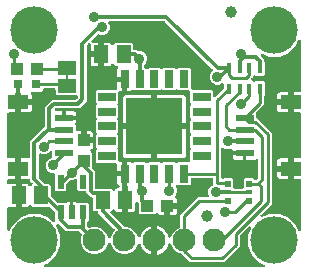
<source format=gbr>
G04 EAGLE Gerber RS-274X export*
G75*
%MOMM*%
%FSLAX34Y34*%
%LPD*%
%INTop Copper*%
%IPPOS*%
%AMOC8*
5,1,8,0,0,1.08239X$1,22.5*%
G01*
%ADD10R,1.240000X1.500000*%
%ADD11R,0.550000X1.200000*%
%ADD12R,1.000000X1.075000*%
%ADD13R,0.450000X0.900000*%
%ADD14R,0.500000X0.500000*%
%ADD15R,0.500000X0.400000*%
%ADD16C,4.016000*%
%ADD17R,1.550000X0.600000*%
%ADD18R,1.800000X1.200000*%
%ADD19C,1.000000*%
%ADD20R,0.800000X0.800000*%
%ADD21R,1.075000X1.000000*%
%ADD22R,1.500000X0.800000*%
%ADD23R,0.800000X1.500000*%
%ADD24R,4.800000X4.800000*%
%ADD25C,1.930400*%
%ADD26R,1.600200X1.168400*%
%ADD27R,0.203200X0.635000*%
%ADD28C,0.906400*%
%ADD29C,0.254000*%
%ADD30C,0.889000*%
%ADD31C,0.304800*%

G36*
X103598Y59706D02*
X103598Y59706D01*
X103717Y59713D01*
X103755Y59726D01*
X103795Y59731D01*
X103906Y59775D01*
X104019Y59811D01*
X104054Y59833D01*
X104091Y59848D01*
X104187Y59918D01*
X104288Y59981D01*
X104316Y60011D01*
X104348Y60035D01*
X104424Y60126D01*
X104506Y60213D01*
X104525Y60248D01*
X104551Y60280D01*
X104602Y60387D01*
X104659Y60491D01*
X104670Y60531D01*
X104687Y60567D01*
X104709Y60684D01*
X104739Y60799D01*
X104743Y60860D01*
X104747Y60880D01*
X104745Y60900D01*
X104749Y60960D01*
X104749Y70610D01*
X104734Y70728D01*
X104727Y70847D01*
X104714Y70885D01*
X104709Y70926D01*
X104665Y71036D01*
X104629Y71149D01*
X104607Y71184D01*
X104592Y71221D01*
X104522Y71317D01*
X104459Y71418D01*
X104429Y71446D01*
X104405Y71479D01*
X104314Y71555D01*
X104227Y71636D01*
X104192Y71656D01*
X104160Y71681D01*
X104053Y71732D01*
X103999Y71762D01*
X103999Y81190D01*
X103984Y81308D01*
X103977Y81427D01*
X103964Y81465D01*
X103959Y81505D01*
X103916Y81616D01*
X103879Y81729D01*
X103857Y81763D01*
X103842Y81801D01*
X103773Y81897D01*
X103762Y81914D01*
X103776Y81938D01*
X103801Y81970D01*
X103852Y82077D01*
X103910Y82182D01*
X103920Y82221D01*
X103937Y82257D01*
X103959Y82374D01*
X103989Y82490D01*
X103993Y82550D01*
X103997Y82570D01*
X103995Y82590D01*
X103999Y82650D01*
X103999Y91961D01*
X106334Y91961D01*
X106981Y91788D01*
X107560Y91453D01*
X107712Y91301D01*
X107806Y91228D01*
X107895Y91150D01*
X107931Y91131D01*
X107963Y91106D01*
X108072Y91059D01*
X108178Y91005D01*
X108218Y90996D01*
X108255Y90980D01*
X108372Y90962D01*
X108489Y90935D01*
X108529Y90937D01*
X108569Y90930D01*
X108687Y90941D01*
X108806Y90945D01*
X108845Y90956D01*
X108885Y90960D01*
X108998Y91000D01*
X109112Y91033D01*
X109147Y91054D01*
X109185Y91068D01*
X109283Y91134D01*
X109386Y91195D01*
X109431Y91235D01*
X109448Y91246D01*
X109461Y91262D01*
X109507Y91301D01*
X109658Y91453D01*
X119342Y91453D01*
X119852Y90942D01*
X119946Y90869D01*
X120036Y90790D01*
X120072Y90772D01*
X120104Y90747D01*
X120213Y90700D01*
X120319Y90646D01*
X120358Y90637D01*
X120396Y90621D01*
X120513Y90602D01*
X120629Y90576D01*
X120670Y90577D01*
X120710Y90571D01*
X120828Y90582D01*
X120947Y90586D01*
X120986Y90597D01*
X121026Y90601D01*
X121138Y90641D01*
X121253Y90674D01*
X121288Y90695D01*
X121326Y90708D01*
X121424Y90775D01*
X121527Y90836D01*
X121572Y90876D01*
X121589Y90887D01*
X121602Y90902D01*
X121647Y90942D01*
X122158Y91453D01*
X131842Y91453D01*
X132352Y90942D01*
X132446Y90869D01*
X132536Y90790D01*
X132572Y90772D01*
X132604Y90747D01*
X132713Y90700D01*
X132819Y90646D01*
X132858Y90637D01*
X132896Y90621D01*
X133013Y90602D01*
X133129Y90576D01*
X133170Y90577D01*
X133210Y90571D01*
X133328Y90582D01*
X133447Y90586D01*
X133486Y90597D01*
X133526Y90601D01*
X133638Y90641D01*
X133753Y90674D01*
X133788Y90695D01*
X133826Y90708D01*
X133924Y90775D01*
X134027Y90836D01*
X134072Y90876D01*
X134089Y90887D01*
X134102Y90902D01*
X134147Y90942D01*
X134658Y91453D01*
X144342Y91453D01*
X144852Y90942D01*
X144946Y90869D01*
X145036Y90790D01*
X145072Y90772D01*
X145104Y90747D01*
X145213Y90700D01*
X145319Y90646D01*
X145358Y90637D01*
X145396Y90621D01*
X145513Y90602D01*
X145629Y90576D01*
X145670Y90577D01*
X145710Y90571D01*
X145828Y90582D01*
X145947Y90586D01*
X145986Y90597D01*
X146026Y90601D01*
X146138Y90641D01*
X146253Y90674D01*
X146288Y90695D01*
X146326Y90708D01*
X146424Y90775D01*
X146527Y90836D01*
X146572Y90876D01*
X146589Y90887D01*
X146602Y90902D01*
X146647Y90942D01*
X147158Y91453D01*
X156198Y91453D01*
X156316Y91468D01*
X156435Y91475D01*
X156473Y91488D01*
X156514Y91493D01*
X156624Y91536D01*
X156737Y91573D01*
X156772Y91595D01*
X156809Y91610D01*
X156905Y91679D01*
X157006Y91743D01*
X157034Y91773D01*
X157067Y91796D01*
X157143Y91888D01*
X157224Y91975D01*
X157244Y92010D01*
X157269Y92041D01*
X157320Y92149D01*
X157378Y92253D01*
X157388Y92293D01*
X157405Y92329D01*
X157427Y92446D01*
X157457Y92561D01*
X157461Y92621D01*
X157465Y92641D01*
X157463Y92662D01*
X157467Y92722D01*
X157467Y101762D01*
X157978Y102272D01*
X158051Y102366D01*
X158130Y102456D01*
X158148Y102492D01*
X158173Y102524D01*
X158220Y102633D01*
X158274Y102739D01*
X158283Y102778D01*
X158299Y102816D01*
X158318Y102933D01*
X158344Y103049D01*
X158343Y103090D01*
X158349Y103130D01*
X158338Y103248D01*
X158334Y103367D01*
X158323Y103406D01*
X158319Y103446D01*
X158279Y103558D01*
X158246Y103673D01*
X158225Y103708D01*
X158212Y103746D01*
X158145Y103844D01*
X158084Y103947D01*
X158044Y103992D01*
X158033Y104009D01*
X158018Y104022D01*
X157978Y104067D01*
X157467Y104578D01*
X157467Y114262D01*
X157978Y114772D01*
X158051Y114866D01*
X158130Y114956D01*
X158148Y114992D01*
X158173Y115024D01*
X158220Y115133D01*
X158274Y115239D01*
X158283Y115278D01*
X158299Y115316D01*
X158318Y115433D01*
X158344Y115549D01*
X158343Y115590D01*
X158349Y115630D01*
X158338Y115748D01*
X158334Y115867D01*
X158323Y115906D01*
X158319Y115946D01*
X158279Y116058D01*
X158246Y116173D01*
X158225Y116208D01*
X158212Y116246D01*
X158145Y116344D01*
X158084Y116447D01*
X158044Y116492D01*
X158033Y116509D01*
X158018Y116522D01*
X157978Y116567D01*
X157467Y117078D01*
X157467Y126762D01*
X157978Y127272D01*
X158051Y127366D01*
X158130Y127456D01*
X158148Y127492D01*
X158173Y127524D01*
X158220Y127633D01*
X158274Y127739D01*
X158283Y127778D01*
X158299Y127816D01*
X158318Y127933D01*
X158344Y128049D01*
X158343Y128090D01*
X158349Y128130D01*
X158338Y128248D01*
X158334Y128367D01*
X158323Y128406D01*
X158319Y128446D01*
X158279Y128558D01*
X158246Y128673D01*
X158225Y128708D01*
X158212Y128746D01*
X158145Y128844D01*
X158084Y128947D01*
X158044Y128992D01*
X158033Y129009D01*
X158018Y129022D01*
X157978Y129067D01*
X157467Y129578D01*
X157467Y139262D01*
X157978Y139772D01*
X158051Y139866D01*
X158130Y139956D01*
X158148Y139992D01*
X158173Y140024D01*
X158220Y140133D01*
X158274Y140239D01*
X158283Y140278D01*
X158299Y140316D01*
X158318Y140433D01*
X158344Y140549D01*
X158343Y140590D01*
X158349Y140630D01*
X158338Y140748D01*
X158334Y140867D01*
X158323Y140906D01*
X158319Y140946D01*
X158279Y141058D01*
X158246Y141173D01*
X158225Y141208D01*
X158212Y141246D01*
X158145Y141344D01*
X158084Y141447D01*
X158044Y141492D01*
X158033Y141509D01*
X158018Y141522D01*
X157978Y141567D01*
X157467Y142078D01*
X157467Y151118D01*
X157452Y151236D01*
X157445Y151355D01*
X157432Y151393D01*
X157427Y151434D01*
X157384Y151544D01*
X157347Y151657D01*
X157325Y151692D01*
X157310Y151729D01*
X157241Y151825D01*
X157177Y151926D01*
X157147Y151954D01*
X157124Y151987D01*
X157032Y152063D01*
X156945Y152144D01*
X156910Y152164D01*
X156879Y152189D01*
X156771Y152240D01*
X156667Y152298D01*
X156627Y152308D01*
X156591Y152325D01*
X156474Y152347D01*
X156359Y152377D01*
X156299Y152381D01*
X156279Y152385D01*
X156258Y152383D01*
X156198Y152387D01*
X147158Y152387D01*
X146648Y152898D01*
X146554Y152971D01*
X146464Y153050D01*
X146428Y153068D01*
X146396Y153093D01*
X146287Y153140D01*
X146181Y153194D01*
X146142Y153203D01*
X146104Y153219D01*
X145987Y153238D01*
X145871Y153264D01*
X145830Y153263D01*
X145790Y153269D01*
X145672Y153258D01*
X145553Y153254D01*
X145514Y153243D01*
X145474Y153239D01*
X145362Y153199D01*
X145247Y153166D01*
X145212Y153145D01*
X145174Y153132D01*
X145076Y153065D01*
X144973Y153004D01*
X144928Y152964D01*
X144911Y152953D01*
X144898Y152938D01*
X144853Y152898D01*
X144342Y152387D01*
X134658Y152387D01*
X134148Y152898D01*
X134054Y152971D01*
X133964Y153050D01*
X133928Y153068D01*
X133896Y153093D01*
X133787Y153140D01*
X133681Y153194D01*
X133642Y153203D01*
X133604Y153219D01*
X133487Y153238D01*
X133371Y153264D01*
X133330Y153263D01*
X133290Y153269D01*
X133172Y153258D01*
X133053Y153254D01*
X133014Y153243D01*
X132974Y153239D01*
X132862Y153199D01*
X132747Y153166D01*
X132712Y153145D01*
X132674Y153132D01*
X132576Y153065D01*
X132473Y153004D01*
X132428Y152964D01*
X132411Y152953D01*
X132398Y152938D01*
X132353Y152898D01*
X131842Y152387D01*
X122158Y152387D01*
X121648Y152898D01*
X121554Y152971D01*
X121464Y153050D01*
X121428Y153068D01*
X121396Y153093D01*
X121287Y153140D01*
X121181Y153194D01*
X121142Y153203D01*
X121104Y153219D01*
X120987Y153238D01*
X120871Y153264D01*
X120830Y153263D01*
X120790Y153269D01*
X120672Y153258D01*
X120553Y153254D01*
X120514Y153243D01*
X120474Y153239D01*
X120362Y153199D01*
X120247Y153166D01*
X120212Y153145D01*
X120174Y153132D01*
X120076Y153065D01*
X119973Y153004D01*
X119928Y152964D01*
X119911Y152953D01*
X119898Y152938D01*
X119853Y152898D01*
X119342Y152387D01*
X109658Y152387D01*
X109507Y152539D01*
X109413Y152612D01*
X109323Y152690D01*
X109287Y152709D01*
X109255Y152734D01*
X109146Y152781D01*
X109040Y152835D01*
X109001Y152844D01*
X108964Y152860D01*
X108846Y152879D01*
X108730Y152905D01*
X108690Y152903D01*
X108650Y152910D01*
X108531Y152899D01*
X108412Y152895D01*
X108373Y152884D01*
X108333Y152880D01*
X108221Y152840D01*
X108106Y152807D01*
X108072Y152786D01*
X108034Y152772D01*
X107935Y152705D01*
X107832Y152645D01*
X107787Y152605D01*
X107770Y152594D01*
X107757Y152578D01*
X107712Y152539D01*
X107560Y152387D01*
X106981Y152052D01*
X106334Y151879D01*
X103999Y151879D01*
X103999Y161190D01*
X103984Y161308D01*
X103977Y161427D01*
X103964Y161465D01*
X103959Y161505D01*
X103916Y161616D01*
X103879Y161729D01*
X103857Y161763D01*
X103842Y161801D01*
X103773Y161897D01*
X103709Y161998D01*
X103679Y162026D01*
X103656Y162058D01*
X103564Y162134D01*
X103477Y162216D01*
X103442Y162235D01*
X103411Y162261D01*
X103303Y162312D01*
X103199Y162369D01*
X103159Y162379D01*
X103123Y162397D01*
X103006Y162419D01*
X102891Y162449D01*
X102831Y162453D01*
X102811Y162456D01*
X102790Y162455D01*
X102730Y162459D01*
X102539Y162459D01*
X102539Y162650D01*
X102524Y162768D01*
X102517Y162887D01*
X102504Y162925D01*
X102499Y162966D01*
X102455Y163076D01*
X102419Y163189D01*
X102397Y163224D01*
X102382Y163261D01*
X102312Y163357D01*
X102249Y163458D01*
X102219Y163486D01*
X102195Y163519D01*
X102104Y163595D01*
X102017Y163676D01*
X101982Y163696D01*
X101950Y163721D01*
X101843Y163772D01*
X101738Y163830D01*
X101699Y163840D01*
X101663Y163857D01*
X101546Y163879D01*
X101430Y163909D01*
X101370Y163913D01*
X101350Y163917D01*
X101330Y163915D01*
X101270Y163919D01*
X95459Y163919D01*
X95459Y169754D01*
X95632Y170401D01*
X95967Y170980D01*
X96167Y171180D01*
X96252Y171290D01*
X96341Y171397D01*
X96350Y171416D01*
X96362Y171432D01*
X96418Y171560D01*
X96477Y171685D01*
X96481Y171705D01*
X96489Y171724D01*
X96510Y171861D01*
X96537Y171998D01*
X96535Y172018D01*
X96539Y172038D01*
X96526Y172176D01*
X96517Y172315D01*
X96511Y172334D01*
X96509Y172354D01*
X96462Y172485D01*
X96419Y172617D01*
X96408Y172635D01*
X96401Y172654D01*
X96323Y172769D01*
X96249Y172886D01*
X96234Y172900D01*
X96223Y172917D01*
X96118Y173009D01*
X96017Y173104D01*
X95999Y173114D01*
X95984Y173127D01*
X95860Y173190D01*
X95739Y173258D01*
X95719Y173263D01*
X95701Y173272D01*
X95565Y173302D01*
X95431Y173337D01*
X95403Y173339D01*
X95391Y173342D01*
X95370Y173341D01*
X95270Y173347D01*
X93898Y173347D01*
X92533Y174712D01*
X92434Y174789D01*
X92339Y174871D01*
X92309Y174886D01*
X92282Y174907D01*
X92167Y174957D01*
X92054Y175013D01*
X92021Y175020D01*
X91990Y175033D01*
X91866Y175053D01*
X91743Y175079D01*
X91709Y175078D01*
X91676Y175083D01*
X91551Y175072D01*
X91425Y175066D01*
X91393Y175057D01*
X91359Y175053D01*
X91241Y175011D01*
X91121Y174975D01*
X91092Y174957D01*
X91060Y174946D01*
X90956Y174875D01*
X90848Y174810D01*
X90825Y174786D01*
X90797Y174767D01*
X90714Y174673D01*
X90626Y174583D01*
X90599Y174543D01*
X90586Y174529D01*
X90576Y174509D01*
X90536Y174449D01*
X90173Y173820D01*
X89700Y173347D01*
X89121Y173012D01*
X88474Y172839D01*
X84479Y172839D01*
X84479Y181610D01*
X84464Y181728D01*
X84457Y181847D01*
X84444Y181885D01*
X84439Y181925D01*
X84395Y182036D01*
X84359Y182149D01*
X84337Y182184D01*
X84322Y182221D01*
X84252Y182317D01*
X84189Y182418D01*
X84159Y182446D01*
X84135Y182478D01*
X84044Y182554D01*
X83957Y182636D01*
X83922Y182655D01*
X83890Y182681D01*
X83783Y182732D01*
X83679Y182789D01*
X83639Y182800D01*
X83603Y182817D01*
X83486Y182839D01*
X83371Y182869D01*
X83310Y182873D01*
X83290Y182877D01*
X83270Y182875D01*
X83210Y182879D01*
X81939Y182879D01*
X81939Y182881D01*
X83210Y182881D01*
X83328Y182896D01*
X83447Y182903D01*
X83485Y182916D01*
X83525Y182921D01*
X83636Y182965D01*
X83749Y183001D01*
X83784Y183023D01*
X83821Y183038D01*
X83917Y183108D01*
X84018Y183171D01*
X84046Y183201D01*
X84078Y183225D01*
X84154Y183316D01*
X84236Y183403D01*
X84255Y183438D01*
X84281Y183470D01*
X84332Y183577D01*
X84389Y183681D01*
X84400Y183721D01*
X84417Y183757D01*
X84439Y183874D01*
X84469Y183989D01*
X84473Y184050D01*
X84477Y184070D01*
X84475Y184090D01*
X84479Y184150D01*
X84479Y192921D01*
X88474Y192921D01*
X89121Y192748D01*
X89700Y192413D01*
X90173Y191940D01*
X90536Y191311D01*
X90612Y191211D01*
X90683Y191107D01*
X90708Y191084D01*
X90729Y191057D01*
X90827Y190979D01*
X90921Y190896D01*
X90951Y190881D01*
X90978Y190860D01*
X91093Y190809D01*
X91205Y190751D01*
X91238Y190744D01*
X91268Y190730D01*
X91393Y190709D01*
X91515Y190682D01*
X91549Y190683D01*
X91582Y190677D01*
X91707Y190688D01*
X91833Y190691D01*
X91865Y190701D01*
X91899Y190704D01*
X92018Y190745D01*
X92138Y190780D01*
X92167Y190797D01*
X92199Y190808D01*
X92304Y190878D01*
X92412Y190941D01*
X92449Y190974D01*
X92464Y190984D01*
X92479Y191000D01*
X92533Y191048D01*
X93898Y192413D01*
X107982Y192413D01*
X109173Y191222D01*
X109173Y187706D01*
X109188Y187588D01*
X109195Y187469D01*
X109208Y187431D01*
X109213Y187390D01*
X109256Y187280D01*
X109293Y187167D01*
X109315Y187132D01*
X109330Y187095D01*
X109399Y186999D01*
X109463Y186898D01*
X109493Y186870D01*
X109516Y186837D01*
X109608Y186761D01*
X109695Y186680D01*
X109730Y186660D01*
X109761Y186635D01*
X109869Y186584D01*
X109973Y186526D01*
X110013Y186516D01*
X110049Y186499D01*
X110166Y186477D01*
X110281Y186447D01*
X110341Y186443D01*
X110361Y186439D01*
X110382Y186441D01*
X110442Y186437D01*
X111963Y186437D01*
X112480Y185919D01*
X112559Y185859D01*
X112631Y185791D01*
X112684Y185762D01*
X112732Y185725D01*
X112823Y185685D01*
X112909Y185637D01*
X112968Y185622D01*
X113024Y185598D01*
X113122Y185583D01*
X113217Y185558D01*
X113317Y185552D01*
X113338Y185548D01*
X113350Y185550D01*
X113378Y185548D01*
X115589Y185548D01*
X117969Y184562D01*
X119792Y182739D01*
X120778Y180359D01*
X120778Y177781D01*
X119792Y175401D01*
X118428Y174038D01*
X118368Y173959D01*
X118300Y173887D01*
X118271Y173834D01*
X118234Y173786D01*
X118194Y173695D01*
X118146Y173609D01*
X118131Y173550D01*
X118107Y173494D01*
X118092Y173396D01*
X118067Y173301D01*
X118061Y173201D01*
X118057Y173180D01*
X118059Y173168D01*
X118057Y173140D01*
X118057Y172722D01*
X118072Y172604D01*
X118079Y172485D01*
X118092Y172447D01*
X118097Y172406D01*
X118140Y172296D01*
X118177Y172183D01*
X118199Y172148D01*
X118214Y172111D01*
X118283Y172015D01*
X118347Y171914D01*
X118377Y171886D01*
X118400Y171853D01*
X118492Y171777D01*
X118579Y171696D01*
X118614Y171676D01*
X118645Y171651D01*
X118753Y171600D01*
X118857Y171542D01*
X118897Y171532D01*
X118933Y171515D01*
X119050Y171493D01*
X119165Y171463D01*
X119225Y171459D01*
X119245Y171455D01*
X119266Y171457D01*
X119326Y171453D01*
X119342Y171453D01*
X119853Y170942D01*
X119947Y170869D01*
X120036Y170790D01*
X120072Y170772D01*
X120104Y170747D01*
X120213Y170700D01*
X120319Y170646D01*
X120358Y170637D01*
X120396Y170621D01*
X120513Y170602D01*
X120629Y170576D01*
X120670Y170577D01*
X120710Y170571D01*
X120828Y170582D01*
X120947Y170586D01*
X120986Y170597D01*
X121026Y170601D01*
X121138Y170641D01*
X121253Y170674D01*
X121288Y170695D01*
X121326Y170708D01*
X121424Y170775D01*
X121527Y170836D01*
X121572Y170876D01*
X121589Y170887D01*
X121602Y170902D01*
X121648Y170942D01*
X122158Y171453D01*
X131842Y171453D01*
X132353Y170942D01*
X132447Y170869D01*
X132536Y170790D01*
X132572Y170772D01*
X132604Y170747D01*
X132713Y170700D01*
X132819Y170646D01*
X132858Y170637D01*
X132896Y170621D01*
X133013Y170602D01*
X133129Y170576D01*
X133170Y170577D01*
X133210Y170571D01*
X133328Y170582D01*
X133447Y170586D01*
X133486Y170597D01*
X133526Y170601D01*
X133638Y170641D01*
X133753Y170674D01*
X133788Y170695D01*
X133826Y170708D01*
X133924Y170775D01*
X134027Y170836D01*
X134072Y170876D01*
X134089Y170887D01*
X134102Y170902D01*
X134148Y170942D01*
X134658Y171453D01*
X144342Y171453D01*
X144853Y170942D01*
X144947Y170869D01*
X145036Y170790D01*
X145072Y170772D01*
X145104Y170747D01*
X145213Y170700D01*
X145319Y170646D01*
X145358Y170637D01*
X145396Y170621D01*
X145513Y170602D01*
X145629Y170576D01*
X145670Y170577D01*
X145710Y170571D01*
X145828Y170582D01*
X145947Y170586D01*
X145986Y170597D01*
X146026Y170601D01*
X146138Y170641D01*
X146253Y170674D01*
X146288Y170695D01*
X146326Y170708D01*
X146424Y170775D01*
X146527Y170836D01*
X146572Y170876D01*
X146589Y170887D01*
X146602Y170902D01*
X146648Y170942D01*
X147158Y171453D01*
X156842Y171453D01*
X158033Y170262D01*
X158033Y154222D01*
X158048Y154104D01*
X158055Y153985D01*
X158068Y153947D01*
X158073Y153906D01*
X158116Y153796D01*
X158153Y153683D01*
X158175Y153648D01*
X158190Y153611D01*
X158259Y153515D01*
X158323Y153414D01*
X158353Y153386D01*
X158376Y153353D01*
X158468Y153277D01*
X158555Y153196D01*
X158590Y153176D01*
X158621Y153151D01*
X158729Y153100D01*
X158833Y153042D01*
X158873Y153032D01*
X158909Y153015D01*
X159026Y152993D01*
X159141Y152963D01*
X159201Y152959D01*
X159221Y152955D01*
X159242Y152957D01*
X159302Y152953D01*
X175342Y152953D01*
X176533Y151762D01*
X176533Y148128D01*
X176550Y147990D01*
X176563Y147851D01*
X176570Y147832D01*
X176573Y147812D01*
X176624Y147683D01*
X176671Y147552D01*
X176682Y147535D01*
X176690Y147517D01*
X176771Y147404D01*
X176849Y147289D01*
X176865Y147276D01*
X176876Y147259D01*
X176984Y147170D01*
X177088Y147078D01*
X177106Y147069D01*
X177121Y147056D01*
X177247Y146997D01*
X177371Y146934D01*
X177391Y146929D01*
X177409Y146921D01*
X177546Y146895D01*
X177681Y146864D01*
X177702Y146865D01*
X177721Y146861D01*
X177860Y146870D01*
X177999Y146874D01*
X178019Y146880D01*
X178039Y146881D01*
X178171Y146924D01*
X178305Y146962D01*
X178322Y146973D01*
X178341Y146979D01*
X178459Y147053D01*
X178579Y147124D01*
X178600Y147142D01*
X178610Y147149D01*
X178624Y147164D01*
X178700Y147230D01*
X179344Y147874D01*
X185546Y154076D01*
X185606Y154155D01*
X185674Y154227D01*
X185703Y154280D01*
X185740Y154328D01*
X185780Y154419D01*
X185828Y154505D01*
X185843Y154564D01*
X185867Y154619D01*
X185882Y154717D01*
X185907Y154813D01*
X185913Y154913D01*
X185917Y154934D01*
X185915Y154946D01*
X185917Y154974D01*
X185917Y157229D01*
X185911Y157279D01*
X185913Y157328D01*
X185891Y157435D01*
X185877Y157545D01*
X185859Y157591D01*
X185849Y157640D01*
X185801Y157738D01*
X185760Y157840D01*
X185731Y157881D01*
X185709Y157925D01*
X185638Y158009D01*
X185574Y158098D01*
X185535Y158129D01*
X185503Y158167D01*
X185413Y158230D01*
X185329Y158301D01*
X185284Y158322D01*
X185243Y158350D01*
X185140Y158389D01*
X185041Y158436D01*
X184992Y158445D01*
X184946Y158463D01*
X184836Y158475D01*
X184729Y158496D01*
X184679Y158493D01*
X184630Y158498D01*
X184521Y158483D01*
X184411Y158476D01*
X184364Y158461D01*
X184315Y158454D01*
X184162Y158402D01*
X181629Y157352D01*
X179051Y157352D01*
X176671Y158338D01*
X174848Y160161D01*
X173862Y162541D01*
X173862Y165119D01*
X174848Y167499D01*
X176157Y168808D01*
X176230Y168902D01*
X176309Y168991D01*
X176327Y169027D01*
X176352Y169059D01*
X176399Y169168D01*
X176453Y169274D01*
X176462Y169314D01*
X176478Y169351D01*
X176497Y169469D01*
X176523Y169585D01*
X176522Y169625D01*
X176528Y169665D01*
X176517Y169784D01*
X176513Y169903D01*
X176502Y169942D01*
X176498Y169982D01*
X176458Y170094D01*
X176425Y170208D01*
X176404Y170243D01*
X176391Y170281D01*
X176324Y170380D01*
X176263Y170482D01*
X176224Y170527D01*
X176212Y170544D01*
X176197Y170558D01*
X176157Y170603D01*
X136059Y210702D01*
X135980Y210762D01*
X135908Y210830D01*
X135855Y210859D01*
X135807Y210896D01*
X135716Y210936D01*
X135630Y210984D01*
X135571Y210999D01*
X135515Y211023D01*
X135417Y211038D01*
X135322Y211063D01*
X135222Y211069D01*
X135201Y211073D01*
X135189Y211071D01*
X135161Y211073D01*
X89252Y211073D01*
X89203Y211067D01*
X89153Y211069D01*
X89046Y211047D01*
X88936Y211033D01*
X88890Y211015D01*
X88842Y211005D01*
X88743Y210957D01*
X88641Y210916D01*
X88601Y210887D01*
X88556Y210865D01*
X88472Y210794D01*
X88383Y210730D01*
X88352Y210691D01*
X88314Y210659D01*
X88251Y210569D01*
X88181Y210485D01*
X88159Y210440D01*
X88131Y210399D01*
X88092Y210296D01*
X88045Y210197D01*
X88036Y210148D01*
X88018Y210102D01*
X88006Y209992D01*
X87985Y209885D01*
X87988Y209835D01*
X87983Y209786D01*
X87998Y209677D01*
X88005Y209567D01*
X88020Y209520D01*
X88027Y209471D01*
X88079Y209318D01*
X89028Y207029D01*
X89028Y204451D01*
X88042Y202071D01*
X86219Y200248D01*
X83839Y199262D01*
X81262Y199262D01*
X79932Y199813D01*
X79904Y199821D01*
X79877Y199834D01*
X79751Y199863D01*
X79625Y199897D01*
X79596Y199897D01*
X79567Y199904D01*
X79437Y199900D01*
X79307Y199902D01*
X79279Y199895D01*
X79249Y199894D01*
X79124Y199858D01*
X78998Y199828D01*
X78972Y199814D01*
X78944Y199806D01*
X78832Y199740D01*
X78717Y199679D01*
X78695Y199659D01*
X78670Y199644D01*
X78549Y199538D01*
X74010Y194999D01*
X73920Y194883D01*
X73829Y194770D01*
X73823Y194758D01*
X73815Y194747D01*
X73757Y194613D01*
X73696Y194481D01*
X73694Y194468D01*
X73688Y194456D01*
X73666Y194311D01*
X73640Y194168D01*
X73641Y194155D01*
X73639Y194142D01*
X73652Y193995D01*
X73663Y193851D01*
X73667Y193838D01*
X73668Y193825D01*
X73718Y193688D01*
X73764Y193550D01*
X73771Y193538D01*
X73776Y193526D01*
X73858Y193405D01*
X73937Y193283D01*
X73947Y193274D01*
X73955Y193262D01*
X74064Y193166D01*
X74171Y193067D01*
X74183Y193061D01*
X74193Y193052D01*
X74322Y192986D01*
X74451Y192917D01*
X74464Y192913D01*
X74476Y192907D01*
X74618Y192876D01*
X74760Y192841D01*
X74773Y192841D01*
X74787Y192838D01*
X74932Y192842D01*
X75078Y192844D01*
X75096Y192847D01*
X75104Y192847D01*
X75121Y192852D01*
X75236Y192875D01*
X75406Y192921D01*
X79401Y192921D01*
X79401Y185419D01*
X73199Y185419D01*
X73199Y190714D01*
X73245Y190884D01*
X73265Y191029D01*
X73287Y191173D01*
X73286Y191186D01*
X73288Y191199D01*
X73271Y191344D01*
X73258Y191489D01*
X73253Y191502D01*
X73251Y191515D01*
X73199Y191651D01*
X73150Y191788D01*
X73142Y191800D01*
X73138Y191812D01*
X73053Y191931D01*
X72971Y192052D01*
X72961Y192060D01*
X72953Y192071D01*
X72842Y192166D01*
X72733Y192262D01*
X72721Y192268D01*
X72711Y192277D01*
X72579Y192341D01*
X72450Y192407D01*
X72437Y192410D01*
X72424Y192415D01*
X72281Y192445D01*
X72139Y192476D01*
X72126Y192476D01*
X72113Y192479D01*
X71967Y192471D01*
X71822Y192467D01*
X71809Y192463D01*
X71795Y192462D01*
X71656Y192419D01*
X71516Y192378D01*
X71504Y192371D01*
X71492Y192367D01*
X71367Y192290D01*
X71242Y192217D01*
X71228Y192205D01*
X71221Y192200D01*
X71209Y192188D01*
X71121Y192110D01*
X69968Y190957D01*
X69908Y190879D01*
X69840Y190807D01*
X69811Y190754D01*
X69774Y190706D01*
X69734Y190615D01*
X69686Y190529D01*
X69671Y190470D01*
X69647Y190414D01*
X69632Y190316D01*
X69607Y190221D01*
X69601Y190121D01*
X69597Y190100D01*
X69599Y190088D01*
X69597Y190060D01*
X69597Y143307D01*
X63703Y137413D01*
X43909Y137413D01*
X43811Y137401D01*
X43712Y137398D01*
X43654Y137381D01*
X43593Y137373D01*
X43502Y137337D01*
X43407Y137310D01*
X43354Y137279D01*
X43298Y137256D01*
X43218Y137198D01*
X43133Y137148D01*
X43057Y137082D01*
X43040Y137070D01*
X43033Y137060D01*
X43012Y137042D01*
X42978Y137008D01*
X42892Y136898D01*
X42804Y136791D01*
X42795Y136772D01*
X42783Y136757D01*
X42727Y136629D01*
X42668Y136503D01*
X42664Y136483D01*
X42656Y136465D01*
X42634Y136327D01*
X42608Y136190D01*
X42609Y136171D01*
X42606Y136151D01*
X42619Y136012D01*
X42628Y135873D01*
X42634Y135854D01*
X42636Y135834D01*
X42683Y135703D01*
X42726Y135571D01*
X42737Y135554D01*
X42743Y135535D01*
X42822Y135419D01*
X42896Y135302D01*
X42911Y135288D01*
X42922Y135272D01*
X43026Y135179D01*
X43128Y135084D01*
X43145Y135074D01*
X43160Y135061D01*
X43284Y134998D01*
X43406Y134930D01*
X43426Y134925D01*
X43443Y134916D01*
X43579Y134886D01*
X43714Y134851D01*
X43742Y134849D01*
X43754Y134847D01*
X43774Y134847D01*
X43875Y134841D01*
X49041Y134841D01*
X49041Y129530D01*
X49056Y129412D01*
X49063Y129293D01*
X49075Y129255D01*
X49081Y129215D01*
X49124Y129104D01*
X49161Y128991D01*
X49183Y128957D01*
X49198Y128919D01*
X49267Y128823D01*
X49331Y128722D01*
X49361Y128694D01*
X49384Y128662D01*
X49476Y128586D01*
X49563Y128504D01*
X49598Y128485D01*
X49629Y128459D01*
X49673Y128439D01*
X49728Y128362D01*
X49791Y128262D01*
X49821Y128234D01*
X49845Y128201D01*
X49936Y128125D01*
X50023Y128044D01*
X50058Y128024D01*
X50090Y127999D01*
X50197Y127948D01*
X50302Y127890D01*
X50341Y127880D01*
X50377Y127863D01*
X50494Y127841D01*
X50610Y127811D01*
X50670Y127807D01*
X50690Y127803D01*
X50710Y127805D01*
X50770Y127801D01*
X60831Y127801D01*
X60831Y125966D01*
X60658Y125319D01*
X60282Y124669D01*
X60270Y124655D01*
X60251Y124619D01*
X60227Y124588D01*
X60179Y124478D01*
X60125Y124372D01*
X60116Y124333D01*
X60100Y124296D01*
X60082Y124178D01*
X60055Y124061D01*
X60057Y124022D01*
X60050Y123982D01*
X60061Y123863D01*
X60065Y123743D01*
X60076Y123705D01*
X60080Y123665D01*
X60120Y123553D01*
X60153Y123438D01*
X60174Y123404D01*
X60187Y123366D01*
X60254Y123267D01*
X60315Y123164D01*
X60323Y123155D01*
X60323Y119227D01*
X60339Y119102D01*
X60348Y118977D01*
X60358Y118945D01*
X60363Y118911D01*
X60409Y118794D01*
X60449Y118675D01*
X60467Y118647D01*
X60480Y118616D01*
X60553Y118514D01*
X60622Y118408D01*
X60647Y118386D01*
X60666Y118358D01*
X60763Y118278D01*
X60856Y118193D01*
X60885Y118177D01*
X60911Y118156D01*
X61025Y118102D01*
X61136Y118042D01*
X61169Y118034D01*
X61199Y118020D01*
X61322Y117997D01*
X61445Y117966D01*
X61478Y117967D01*
X61511Y117960D01*
X61637Y117968D01*
X61763Y117969D01*
X61811Y117979D01*
X61829Y117980D01*
X61849Y117987D01*
X61921Y118001D01*
X61975Y118016D01*
X64811Y118016D01*
X64811Y111330D01*
X64826Y111212D01*
X64833Y111093D01*
X64845Y111055D01*
X64851Y111015D01*
X64894Y110904D01*
X64931Y110791D01*
X64953Y110757D01*
X64968Y110719D01*
X65037Y110623D01*
X65101Y110522D01*
X65131Y110494D01*
X65154Y110462D01*
X65246Y110386D01*
X65333Y110304D01*
X65368Y110285D01*
X65399Y110259D01*
X65507Y110208D01*
X65611Y110151D01*
X65651Y110141D01*
X65687Y110123D01*
X65804Y110101D01*
X65919Y110071D01*
X65979Y110067D01*
X65999Y110064D01*
X66020Y110065D01*
X66080Y110061D01*
X67271Y110061D01*
X67271Y108870D01*
X67286Y108752D01*
X67293Y108633D01*
X67306Y108595D01*
X67311Y108554D01*
X67355Y108444D01*
X67391Y108331D01*
X67413Y108296D01*
X67428Y108259D01*
X67498Y108162D01*
X67561Y108062D01*
X67591Y108034D01*
X67615Y108001D01*
X67706Y107925D01*
X67793Y107844D01*
X67828Y107824D01*
X67860Y107799D01*
X67967Y107748D01*
X68072Y107690D01*
X68111Y107680D01*
X68147Y107663D01*
X68264Y107641D01*
X68380Y107611D01*
X68440Y107607D01*
X68460Y107603D01*
X68480Y107605D01*
X68540Y107601D01*
X74851Y107601D01*
X74851Y104391D01*
X74678Y103744D01*
X74343Y103165D01*
X73870Y102692D01*
X73463Y102457D01*
X73363Y102381D01*
X73258Y102310D01*
X73236Y102285D01*
X73209Y102264D01*
X73131Y102166D01*
X73048Y102072D01*
X73033Y102042D01*
X73012Y102015D01*
X72961Y101900D01*
X72903Y101788D01*
X72896Y101756D01*
X72882Y101725D01*
X72861Y101601D01*
X72834Y101478D01*
X72835Y101444D01*
X72829Y101411D01*
X72840Y101286D01*
X72843Y101160D01*
X72853Y101128D01*
X72856Y101094D01*
X72897Y100976D01*
X72932Y100855D01*
X72949Y100826D01*
X72960Y100794D01*
X73030Y100689D01*
X73093Y100581D01*
X73126Y100544D01*
X73136Y100529D01*
X73152Y100514D01*
X73200Y100460D01*
X74343Y99317D01*
X74343Y86873D01*
X74355Y86775D01*
X74358Y86676D01*
X74375Y86617D01*
X74383Y86557D01*
X74419Y86465D01*
X74447Y86370D01*
X74477Y86318D01*
X74500Y86262D01*
X74558Y86182D01*
X74608Y86096D01*
X74674Y86021D01*
X74686Y86004D01*
X74696Y85997D01*
X74714Y85975D01*
X76513Y84177D01*
X76513Y70501D01*
X76528Y70383D01*
X76535Y70264D01*
X76548Y70226D01*
X76553Y70185D01*
X76596Y70075D01*
X76633Y69962D01*
X76655Y69927D01*
X76670Y69890D01*
X76739Y69794D01*
X76803Y69693D01*
X76833Y69665D01*
X76856Y69632D01*
X76948Y69556D01*
X77035Y69475D01*
X77070Y69455D01*
X77101Y69430D01*
X77209Y69379D01*
X77313Y69321D01*
X77353Y69311D01*
X77389Y69294D01*
X77506Y69272D01*
X77621Y69242D01*
X77681Y69238D01*
X77701Y69234D01*
X77722Y69236D01*
X77782Y69232D01*
X79091Y69232D01*
X79172Y69227D01*
X79193Y69223D01*
X79205Y69225D01*
X79233Y69223D01*
X90252Y69223D01*
X91617Y67858D01*
X91716Y67781D01*
X91811Y67699D01*
X91841Y67684D01*
X91868Y67663D01*
X91983Y67613D01*
X92096Y67557D01*
X92129Y67550D01*
X92160Y67537D01*
X92284Y67517D01*
X92407Y67491D01*
X92441Y67492D01*
X92474Y67487D01*
X92599Y67498D01*
X92725Y67504D01*
X92757Y67513D01*
X92791Y67517D01*
X92909Y67559D01*
X93029Y67595D01*
X93058Y67613D01*
X93090Y67624D01*
X93194Y67695D01*
X93302Y67760D01*
X93325Y67784D01*
X93353Y67803D01*
X93436Y67897D01*
X93524Y67987D01*
X93551Y68027D01*
X93564Y68041D01*
X93574Y68061D01*
X93614Y68121D01*
X93977Y68750D01*
X94450Y69223D01*
X95029Y69558D01*
X95676Y69731D01*
X96304Y69731D01*
X96448Y69749D01*
X96593Y69764D01*
X96606Y69769D01*
X96619Y69771D01*
X96755Y69824D01*
X96891Y69875D01*
X96902Y69883D01*
X96915Y69888D01*
X97033Y69973D01*
X97153Y70056D01*
X97161Y70066D01*
X97172Y70074D01*
X97266Y70187D01*
X97360Y70297D01*
X97366Y70309D01*
X97375Y70319D01*
X97437Y70451D01*
X97502Y70582D01*
X97505Y70595D01*
X97511Y70607D01*
X97538Y70750D01*
X97568Y70893D01*
X97568Y70906D01*
X97570Y70919D01*
X97561Y71065D01*
X97555Y71211D01*
X97552Y71223D01*
X97551Y71237D01*
X97506Y71375D01*
X97464Y71515D01*
X97457Y71527D01*
X97453Y71539D01*
X97375Y71662D01*
X97299Y71787D01*
X97290Y71797D01*
X97282Y71808D01*
X97176Y71909D01*
X97072Y72010D01*
X97057Y72020D01*
X97051Y72026D01*
X97036Y72034D01*
X96938Y72099D01*
X96440Y72387D01*
X95967Y72860D01*
X95632Y73439D01*
X95459Y74086D01*
X95459Y79921D01*
X100001Y79921D01*
X100001Y71450D01*
X99996Y71444D01*
X99914Y71357D01*
X99894Y71322D01*
X99869Y71291D01*
X99818Y71183D01*
X99760Y71079D01*
X99750Y71040D01*
X99733Y71003D01*
X99711Y70886D01*
X99681Y70771D01*
X99677Y70711D01*
X99673Y70691D01*
X99675Y70670D01*
X99671Y70610D01*
X99671Y60960D01*
X99686Y60842D01*
X99693Y60723D01*
X99706Y60685D01*
X99711Y60645D01*
X99754Y60534D01*
X99791Y60421D01*
X99813Y60386D01*
X99828Y60349D01*
X99898Y60253D01*
X99961Y60152D01*
X99991Y60124D01*
X100015Y60092D01*
X100106Y60016D01*
X100193Y59934D01*
X100228Y59915D01*
X100259Y59889D01*
X100367Y59838D01*
X100471Y59781D01*
X100511Y59770D01*
X100547Y59753D01*
X100664Y59731D01*
X100779Y59701D01*
X100840Y59697D01*
X100860Y59693D01*
X100880Y59695D01*
X100940Y59691D01*
X103480Y59691D01*
X103598Y59706D01*
G37*
G36*
X219692Y2549D02*
X219692Y2549D01*
X219762Y2548D01*
X219849Y2569D01*
X219938Y2581D01*
X220003Y2606D01*
X220071Y2623D01*
X220151Y2665D01*
X220234Y2698D01*
X220290Y2739D01*
X220352Y2771D01*
X220419Y2832D01*
X220491Y2884D01*
X220536Y2938D01*
X220588Y2985D01*
X220637Y3060D01*
X220694Y3129D01*
X220724Y3193D01*
X220762Y3251D01*
X220792Y3336D01*
X220830Y3417D01*
X220843Y3486D01*
X220866Y3552D01*
X220873Y3641D01*
X220890Y3729D01*
X220885Y3799D01*
X220891Y3869D01*
X220875Y3957D01*
X220870Y4047D01*
X220848Y4113D01*
X220836Y4182D01*
X220799Y4264D01*
X220772Y4349D01*
X220734Y4408D01*
X220706Y4472D01*
X220650Y4542D01*
X220602Y4618D01*
X220551Y4666D01*
X220507Y4720D01*
X220435Y4775D01*
X220370Y4836D01*
X220309Y4870D01*
X220253Y4912D01*
X220109Y4983D01*
X216074Y6654D01*
X209854Y12874D01*
X206487Y21001D01*
X206487Y29799D01*
X208855Y35515D01*
X208874Y35583D01*
X208901Y35647D01*
X208916Y35736D01*
X208939Y35822D01*
X208940Y35892D01*
X208951Y35961D01*
X208943Y36050D01*
X208944Y36140D01*
X208928Y36208D01*
X208921Y36277D01*
X208891Y36362D01*
X208870Y36449D01*
X208837Y36511D01*
X208814Y36577D01*
X208763Y36651D01*
X208721Y36730D01*
X208674Y36782D01*
X208635Y36840D01*
X208568Y36899D01*
X208507Y36966D01*
X208449Y37004D01*
X208397Y37050D01*
X208317Y37091D01*
X208242Y37141D01*
X208176Y37163D01*
X208114Y37195D01*
X208026Y37215D01*
X207941Y37244D01*
X207871Y37249D01*
X207803Y37265D01*
X207714Y37262D01*
X207624Y37269D01*
X207555Y37257D01*
X207485Y37255D01*
X207399Y37230D01*
X207311Y37215D01*
X207247Y37186D01*
X207180Y37166D01*
X207103Y37121D01*
X207021Y37084D01*
X206966Y37040D01*
X206906Y37005D01*
X206785Y36899D01*
X199508Y29622D01*
X199448Y29544D01*
X199380Y29472D01*
X199351Y29419D01*
X199314Y29371D01*
X199274Y29280D01*
X199226Y29193D01*
X199211Y29134D01*
X199187Y29079D01*
X199172Y28981D01*
X199147Y28885D01*
X199141Y28785D01*
X199137Y28765D01*
X199139Y28752D01*
X199137Y28724D01*
X199137Y19936D01*
X186058Y6857D01*
X157382Y6857D01*
X150896Y13344D01*
X150817Y13404D01*
X150745Y13472D01*
X150692Y13501D01*
X150644Y13538D01*
X150553Y13578D01*
X150467Y13626D01*
X150408Y13641D01*
X150353Y13665D01*
X150255Y13680D01*
X150159Y13705D01*
X150090Y13709D01*
X145781Y15494D01*
X142494Y18781D01*
X141107Y22130D01*
X141092Y22156D01*
X141083Y22184D01*
X141014Y22294D01*
X140950Y22406D01*
X140929Y22428D01*
X140913Y22453D01*
X140819Y22541D01*
X140728Y22635D01*
X140703Y22650D01*
X140681Y22671D01*
X140568Y22733D01*
X140457Y22801D01*
X140429Y22810D01*
X140402Y22824D01*
X140277Y22856D01*
X140153Y22894D01*
X140123Y22896D01*
X140094Y22903D01*
X139965Y22903D01*
X139836Y22910D01*
X139806Y22904D01*
X139776Y22904D01*
X139651Y22871D01*
X139524Y22845D01*
X139497Y22832D01*
X139468Y22825D01*
X139355Y22763D01*
X139238Y22706D01*
X139216Y22686D01*
X139189Y22672D01*
X139095Y22583D01*
X138996Y22499D01*
X138979Y22475D01*
X138957Y22454D01*
X138888Y22345D01*
X138813Y22239D01*
X138803Y22211D01*
X138787Y22186D01*
X138727Y22036D01*
X138299Y20720D01*
X137428Y19010D01*
X136300Y17457D01*
X134943Y16100D01*
X133390Y14972D01*
X131680Y14101D01*
X129855Y13507D01*
X129499Y13451D01*
X129499Y24170D01*
X129484Y24288D01*
X129477Y24407D01*
X129464Y24445D01*
X129459Y24485D01*
X129416Y24596D01*
X129379Y24709D01*
X129357Y24743D01*
X129342Y24781D01*
X129273Y24877D01*
X129209Y24978D01*
X129179Y25006D01*
X129156Y25038D01*
X129064Y25114D01*
X128977Y25196D01*
X128942Y25215D01*
X128911Y25241D01*
X128803Y25292D01*
X128699Y25349D01*
X128659Y25359D01*
X128623Y25377D01*
X128516Y25397D01*
X128546Y25401D01*
X128656Y25445D01*
X128769Y25481D01*
X128804Y25503D01*
X128841Y25518D01*
X128937Y25588D01*
X129038Y25651D01*
X129066Y25681D01*
X129099Y25705D01*
X129175Y25796D01*
X129256Y25883D01*
X129276Y25918D01*
X129301Y25950D01*
X129352Y26057D01*
X129410Y26162D01*
X129420Y26201D01*
X129437Y26237D01*
X129459Y26354D01*
X129489Y26470D01*
X129493Y26530D01*
X129497Y26550D01*
X129495Y26570D01*
X129497Y26576D01*
X129496Y26583D01*
X129499Y26630D01*
X129499Y37349D01*
X129855Y37293D01*
X131680Y36699D01*
X133390Y35828D01*
X134943Y34700D01*
X136300Y33343D01*
X137428Y31790D01*
X138299Y30080D01*
X138727Y28764D01*
X138740Y28737D01*
X138747Y28708D01*
X138770Y28664D01*
X138773Y28656D01*
X138783Y28640D01*
X138808Y28593D01*
X138863Y28476D01*
X138882Y28453D01*
X138896Y28426D01*
X138983Y28331D01*
X139065Y28231D01*
X139090Y28213D01*
X139110Y28191D01*
X139218Y28120D01*
X139323Y28044D01*
X139350Y28033D01*
X139375Y28016D01*
X139498Y27974D01*
X139618Y27927D01*
X139648Y27923D01*
X139676Y27913D01*
X139805Y27903D01*
X139934Y27887D01*
X139963Y27890D01*
X139993Y27888D01*
X140121Y27910D01*
X140249Y27926D01*
X140277Y27937D01*
X140306Y27942D01*
X140424Y27995D01*
X140545Y28043D01*
X140569Y28061D01*
X140596Y28073D01*
X140697Y28154D01*
X140803Y28230D01*
X140822Y28253D01*
X140845Y28271D01*
X140923Y28375D01*
X141005Y28475D01*
X141018Y28502D01*
X141036Y28526D01*
X141107Y28670D01*
X142494Y32019D01*
X145781Y35306D01*
X148314Y36355D01*
X148339Y36370D01*
X148367Y36379D01*
X148477Y36448D01*
X148590Y36512D01*
X148611Y36533D01*
X148636Y36549D01*
X148725Y36643D01*
X148818Y36734D01*
X148834Y36759D01*
X148854Y36780D01*
X148917Y36894D01*
X148985Y37005D01*
X148993Y37033D01*
X149008Y37059D01*
X149040Y37185D01*
X149078Y37309D01*
X149080Y37338D01*
X149087Y37367D01*
X149097Y37528D01*
X149097Y47088D01*
X163852Y61843D01*
X172000Y61843D01*
X172049Y61849D01*
X172099Y61847D01*
X172206Y61869D01*
X172315Y61883D01*
X172362Y61901D01*
X172410Y61911D01*
X172509Y61959D01*
X172611Y62000D01*
X172651Y62029D01*
X172696Y62051D01*
X172780Y62122D01*
X172868Y62186D01*
X172900Y62225D01*
X172938Y62257D01*
X173001Y62347D01*
X173071Y62431D01*
X173092Y62476D01*
X173121Y62517D01*
X173160Y62620D01*
X173207Y62719D01*
X173216Y62768D01*
X173234Y62814D01*
X173246Y62924D01*
X173267Y63031D01*
X173263Y63081D01*
X173269Y63130D01*
X173254Y63239D01*
X173247Y63349D01*
X173231Y63396D01*
X173225Y63445D01*
X173172Y63598D01*
X172592Y64998D01*
X172592Y67576D01*
X173578Y69956D01*
X175401Y71779D01*
X176254Y72132D01*
X176279Y72147D01*
X176307Y72156D01*
X176417Y72225D01*
X176530Y72289D01*
X176551Y72310D01*
X176576Y72326D01*
X176665Y72420D01*
X176758Y72511D01*
X176774Y72536D01*
X176794Y72557D01*
X176857Y72671D01*
X176925Y72782D01*
X176933Y72810D01*
X176948Y72836D01*
X176980Y72962D01*
X177018Y73086D01*
X177020Y73115D01*
X177027Y73144D01*
X177037Y73305D01*
X177037Y77348D01*
X177022Y77466D01*
X177015Y77585D01*
X177002Y77623D01*
X176997Y77664D01*
X176954Y77774D01*
X176917Y77887D01*
X176895Y77922D01*
X176880Y77959D01*
X176811Y78055D01*
X176747Y78156D01*
X176717Y78184D01*
X176694Y78217D01*
X176602Y78293D01*
X176515Y78374D01*
X176480Y78394D01*
X176449Y78419D01*
X176341Y78470D01*
X176237Y78528D01*
X176197Y78538D01*
X176161Y78555D01*
X176044Y78577D01*
X175929Y78607D01*
X175869Y78611D01*
X175849Y78615D01*
X175828Y78613D01*
X175768Y78617D01*
X159302Y78617D01*
X159184Y78602D01*
X159065Y78595D01*
X159027Y78582D01*
X158986Y78577D01*
X158876Y78534D01*
X158763Y78497D01*
X158728Y78475D01*
X158691Y78460D01*
X158595Y78391D01*
X158494Y78327D01*
X158466Y78297D01*
X158433Y78274D01*
X158357Y78182D01*
X158276Y78095D01*
X158256Y78060D01*
X158231Y78029D01*
X158180Y77921D01*
X158122Y77817D01*
X158112Y77777D01*
X158095Y77741D01*
X158073Y77624D01*
X158043Y77509D01*
X158039Y77448D01*
X158035Y77429D01*
X158037Y77408D01*
X158033Y77348D01*
X158033Y73578D01*
X156842Y72387D01*
X147112Y72387D01*
X147066Y72423D01*
X147002Y72450D01*
X146943Y72487D01*
X146857Y72513D01*
X146774Y72549D01*
X146705Y72560D01*
X146639Y72581D01*
X146549Y72585D01*
X146460Y72599D01*
X146391Y72592D01*
X146321Y72596D01*
X146233Y72578D01*
X146144Y72569D01*
X146078Y72546D01*
X146010Y72531D01*
X145929Y72492D01*
X145844Y72462D01*
X145787Y72422D01*
X145724Y72392D01*
X145656Y72333D01*
X145581Y72283D01*
X145535Y72231D01*
X145482Y72185D01*
X145430Y72112D01*
X145371Y72045D01*
X145339Y71982D01*
X145299Y71925D01*
X145267Y71841D01*
X145226Y71761D01*
X145211Y71693D01*
X145186Y71628D01*
X145176Y71539D01*
X145157Y71451D01*
X145159Y71381D01*
X145151Y71312D01*
X145163Y71223D01*
X145166Y71133D01*
X145186Y71066D01*
X145195Y70997D01*
X145247Y70845D01*
X146178Y68599D01*
X146178Y66021D01*
X145192Y63641D01*
X144982Y63431D01*
X144909Y63337D01*
X144830Y63248D01*
X144812Y63212D01*
X144787Y63180D01*
X144740Y63071D01*
X144686Y62965D01*
X144677Y62925D01*
X144661Y62888D01*
X144642Y62771D01*
X144616Y62654D01*
X144617Y62614D01*
X144611Y62574D01*
X144622Y62455D01*
X144626Y62336D01*
X144637Y62298D01*
X144641Y62257D01*
X144681Y62145D01*
X144714Y62031D01*
X144735Y61996D01*
X144748Y61958D01*
X144815Y61859D01*
X144876Y61757D01*
X144915Y61712D01*
X144927Y61695D01*
X144942Y61681D01*
X144982Y61636D01*
X145448Y61170D01*
X145783Y60591D01*
X145956Y59944D01*
X145956Y57109D01*
X139270Y57109D01*
X139152Y57094D01*
X139033Y57087D01*
X138995Y57074D01*
X138955Y57069D01*
X138844Y57026D01*
X138731Y56989D01*
X138697Y56967D01*
X138659Y56952D01*
X138563Y56883D01*
X138462Y56819D01*
X138434Y56789D01*
X138402Y56766D01*
X138326Y56674D01*
X138244Y56587D01*
X138225Y56552D01*
X138199Y56521D01*
X138148Y56413D01*
X138091Y56309D01*
X138081Y56269D01*
X138063Y56233D01*
X138041Y56116D01*
X138011Y56001D01*
X138007Y55941D01*
X138004Y55921D01*
X138005Y55900D01*
X138001Y55840D01*
X138001Y54649D01*
X136810Y54649D01*
X136692Y54634D01*
X136573Y54627D01*
X136535Y54614D01*
X136494Y54609D01*
X136384Y54565D01*
X136271Y54529D01*
X136236Y54507D01*
X136199Y54492D01*
X136102Y54422D01*
X136002Y54359D01*
X135974Y54329D01*
X135941Y54305D01*
X135865Y54214D01*
X135784Y54127D01*
X135764Y54092D01*
X135739Y54060D01*
X135688Y53953D01*
X135630Y53848D01*
X135620Y53809D01*
X135603Y53773D01*
X135581Y53656D01*
X135551Y53540D01*
X135547Y53480D01*
X135543Y53460D01*
X135545Y53440D01*
X135541Y53380D01*
X135541Y47069D01*
X132331Y47069D01*
X131684Y47242D01*
X131105Y47577D01*
X130632Y48050D01*
X130397Y48457D01*
X130321Y48557D01*
X130250Y48662D01*
X130225Y48684D01*
X130204Y48711D01*
X130106Y48789D01*
X130012Y48872D01*
X129982Y48887D01*
X129955Y48908D01*
X129840Y48959D01*
X129728Y49017D01*
X129696Y49024D01*
X129665Y49038D01*
X129541Y49059D01*
X129418Y49086D01*
X129384Y49085D01*
X129351Y49091D01*
X129226Y49080D01*
X129100Y49077D01*
X129068Y49067D01*
X129034Y49064D01*
X128916Y49023D01*
X128795Y48988D01*
X128766Y48971D01*
X128734Y48960D01*
X128629Y48890D01*
X128521Y48827D01*
X128484Y48794D01*
X128469Y48784D01*
X128454Y48768D01*
X128400Y48720D01*
X127257Y47577D01*
X114823Y47577D01*
X113632Y48768D01*
X113632Y56462D01*
X113620Y56560D01*
X113617Y56659D01*
X113600Y56717D01*
X113592Y56778D01*
X113556Y56870D01*
X113529Y56965D01*
X113498Y57017D01*
X113475Y57073D01*
X113417Y57153D01*
X113367Y57239D01*
X113301Y57314D01*
X113289Y57331D01*
X113279Y57338D01*
X113261Y57359D01*
X113118Y57502D01*
X113008Y57588D01*
X112901Y57676D01*
X112882Y57685D01*
X112866Y57697D01*
X112738Y57753D01*
X112613Y57812D01*
X112593Y57816D01*
X112574Y57824D01*
X112437Y57846D01*
X112300Y57872D01*
X112280Y57871D01*
X112260Y57874D01*
X112122Y57861D01*
X111983Y57852D01*
X111964Y57846D01*
X111944Y57844D01*
X111812Y57797D01*
X111681Y57754D01*
X111664Y57743D01*
X111644Y57736D01*
X111530Y57658D01*
X111412Y57584D01*
X111398Y57569D01*
X111381Y57558D01*
X111290Y57454D01*
X111194Y57352D01*
X111184Y57334D01*
X111171Y57319D01*
X111108Y57195D01*
X111040Y57074D01*
X111035Y57054D01*
X111026Y57036D01*
X110996Y56900D01*
X110961Y56766D01*
X110959Y56738D01*
X110956Y56726D01*
X110957Y56705D01*
X110951Y56605D01*
X110951Y51856D01*
X110778Y51209D01*
X110443Y50630D01*
X109970Y50157D01*
X109391Y49822D01*
X108744Y49649D01*
X104749Y49649D01*
X104749Y58420D01*
X104734Y58538D01*
X104727Y58657D01*
X104714Y58695D01*
X104709Y58735D01*
X104665Y58846D01*
X104629Y58959D01*
X104607Y58994D01*
X104592Y59031D01*
X104522Y59127D01*
X104459Y59228D01*
X104429Y59256D01*
X104405Y59288D01*
X104314Y59364D01*
X104227Y59446D01*
X104192Y59465D01*
X104160Y59491D01*
X104053Y59542D01*
X103949Y59599D01*
X103909Y59610D01*
X103873Y59627D01*
X103756Y59649D01*
X103641Y59679D01*
X103580Y59683D01*
X103560Y59687D01*
X103540Y59685D01*
X103480Y59689D01*
X100940Y59689D01*
X100822Y59674D01*
X100703Y59667D01*
X100665Y59654D01*
X100625Y59649D01*
X100514Y59605D01*
X100401Y59569D01*
X100366Y59547D01*
X100329Y59532D01*
X100233Y59462D01*
X100132Y59399D01*
X100104Y59369D01*
X100071Y59345D01*
X99996Y59254D01*
X99914Y59167D01*
X99894Y59132D01*
X99869Y59100D01*
X99818Y58993D01*
X99760Y58889D01*
X99750Y58849D01*
X99733Y58813D01*
X99711Y58696D01*
X99681Y58581D01*
X99677Y58520D01*
X99673Y58500D01*
X99675Y58480D01*
X99674Y58472D01*
X99673Y58468D01*
X99674Y58464D01*
X99671Y58420D01*
X99671Y49649D01*
X95676Y49649D01*
X95029Y49822D01*
X94450Y50157D01*
X93977Y50630D01*
X93614Y51259D01*
X93538Y51359D01*
X93467Y51463D01*
X93442Y51486D01*
X93421Y51513D01*
X93323Y51591D01*
X93229Y51674D01*
X93199Y51689D01*
X93172Y51710D01*
X93057Y51761D01*
X92945Y51819D01*
X92912Y51826D01*
X92882Y51840D01*
X92757Y51861D01*
X92635Y51888D01*
X92601Y51887D01*
X92568Y51893D01*
X92443Y51882D01*
X92317Y51879D01*
X92285Y51869D01*
X92251Y51866D01*
X92132Y51825D01*
X92012Y51790D01*
X91983Y51773D01*
X91951Y51762D01*
X91846Y51692D01*
X91738Y51629D01*
X91701Y51596D01*
X91686Y51586D01*
X91671Y51570D01*
X91617Y51522D01*
X90135Y50040D01*
X90062Y49946D01*
X89983Y49857D01*
X89965Y49821D01*
X89940Y49789D01*
X89893Y49680D01*
X89838Y49574D01*
X89830Y49534D01*
X89814Y49497D01*
X89795Y49379D01*
X89769Y49263D01*
X89770Y49223D01*
X89764Y49183D01*
X89775Y49064D01*
X89778Y48945D01*
X89790Y48906D01*
X89794Y48866D01*
X89834Y48754D01*
X89867Y48640D01*
X89887Y48605D01*
X89901Y48567D01*
X89968Y48468D01*
X90028Y48366D01*
X90068Y48321D01*
X90080Y48304D01*
X90095Y48290D01*
X90135Y48245D01*
X100923Y37456D01*
X101002Y37396D01*
X101074Y37328D01*
X101127Y37299D01*
X101175Y37262D01*
X101266Y37222D01*
X101352Y37174D01*
X101411Y37159D01*
X101467Y37135D01*
X101565Y37120D01*
X101660Y37095D01*
X101760Y37089D01*
X101781Y37085D01*
X101793Y37087D01*
X101821Y37085D01*
X103924Y37085D01*
X108219Y35306D01*
X111506Y32019D01*
X112893Y28670D01*
X112899Y28659D01*
X112900Y28656D01*
X112908Y28644D01*
X112917Y28616D01*
X112986Y28506D01*
X113050Y28394D01*
X113071Y28372D01*
X113087Y28347D01*
X113181Y28259D01*
X113272Y28165D01*
X113297Y28150D01*
X113319Y28129D01*
X113432Y28067D01*
X113543Y27999D01*
X113571Y27990D01*
X113598Y27976D01*
X113723Y27944D01*
X113847Y27906D01*
X113877Y27904D01*
X113906Y27897D01*
X114035Y27897D01*
X114164Y27890D01*
X114194Y27896D01*
X114224Y27896D01*
X114349Y27929D01*
X114476Y27955D01*
X114503Y27968D01*
X114532Y27975D01*
X114645Y28037D01*
X114762Y28094D01*
X114784Y28114D01*
X114811Y28128D01*
X114905Y28217D01*
X115004Y28301D01*
X115021Y28325D01*
X115043Y28346D01*
X115112Y28455D01*
X115187Y28561D01*
X115197Y28589D01*
X115213Y28614D01*
X115273Y28764D01*
X115701Y30080D01*
X116572Y31790D01*
X117700Y33343D01*
X119057Y34700D01*
X120610Y35828D01*
X122320Y36699D01*
X124145Y37293D01*
X124501Y37349D01*
X124501Y26630D01*
X124516Y26512D01*
X124523Y26393D01*
X124535Y26355D01*
X124541Y26315D01*
X124584Y26204D01*
X124621Y26091D01*
X124643Y26057D01*
X124658Y26019D01*
X124727Y25923D01*
X124791Y25822D01*
X124821Y25794D01*
X124844Y25762D01*
X124936Y25686D01*
X125023Y25604D01*
X125058Y25585D01*
X125089Y25559D01*
X125197Y25508D01*
X125301Y25451D01*
X125341Y25441D01*
X125377Y25423D01*
X125484Y25403D01*
X125454Y25399D01*
X125344Y25355D01*
X125231Y25319D01*
X125196Y25297D01*
X125159Y25282D01*
X125062Y25212D01*
X124962Y25149D01*
X124934Y25119D01*
X124901Y25095D01*
X124825Y25004D01*
X124744Y24917D01*
X124724Y24882D01*
X124699Y24850D01*
X124648Y24743D01*
X124590Y24638D01*
X124580Y24599D01*
X124563Y24563D01*
X124541Y24446D01*
X124511Y24330D01*
X124507Y24270D01*
X124503Y24250D01*
X124505Y24230D01*
X124501Y24170D01*
X124501Y13451D01*
X124145Y13507D01*
X122320Y14101D01*
X120610Y14972D01*
X119057Y16100D01*
X117700Y17457D01*
X116572Y19010D01*
X115701Y20720D01*
X115273Y22036D01*
X115260Y22063D01*
X115253Y22092D01*
X115192Y22207D01*
X115137Y22324D01*
X115118Y22347D01*
X115104Y22374D01*
X115017Y22470D01*
X114935Y22569D01*
X114910Y22587D01*
X114890Y22609D01*
X114782Y22680D01*
X114677Y22756D01*
X114650Y22767D01*
X114625Y22784D01*
X114502Y22826D01*
X114382Y22873D01*
X114352Y22877D01*
X114324Y22887D01*
X114195Y22897D01*
X114066Y22913D01*
X114037Y22910D01*
X114007Y22912D01*
X113879Y22890D01*
X113751Y22874D01*
X113723Y22863D01*
X113694Y22858D01*
X113575Y22805D01*
X113455Y22757D01*
X113431Y22739D01*
X113404Y22727D01*
X113302Y22646D01*
X113198Y22570D01*
X113179Y22547D01*
X113155Y22529D01*
X113077Y22425D01*
X112995Y22325D01*
X112982Y22298D01*
X112964Y22274D01*
X112893Y22130D01*
X111506Y18781D01*
X108219Y15494D01*
X103924Y13715D01*
X99276Y13715D01*
X94981Y15494D01*
X91694Y18781D01*
X90073Y22696D01*
X90004Y22817D01*
X89939Y22939D01*
X89925Y22954D01*
X89915Y22972D01*
X89818Y23072D01*
X89725Y23175D01*
X89708Y23186D01*
X89694Y23201D01*
X89575Y23273D01*
X89459Y23350D01*
X89440Y23356D01*
X89423Y23367D01*
X89290Y23408D01*
X89158Y23453D01*
X89138Y23454D01*
X89119Y23460D01*
X88980Y23467D01*
X88841Y23478D01*
X88821Y23475D01*
X88801Y23475D01*
X88665Y23447D01*
X88528Y23424D01*
X88509Y23415D01*
X88490Y23411D01*
X88364Y23350D01*
X88238Y23293D01*
X88222Y23280D01*
X88204Y23271D01*
X88098Y23181D01*
X87990Y23094D01*
X87977Y23078D01*
X87962Y23065D01*
X87882Y22951D01*
X87798Y22840D01*
X87786Y22815D01*
X87779Y22805D01*
X87772Y22786D01*
X87727Y22696D01*
X86106Y18781D01*
X82819Y15494D01*
X78524Y13715D01*
X73876Y13715D01*
X69581Y15494D01*
X66294Y18781D01*
X64515Y23076D01*
X64515Y27724D01*
X65459Y30003D01*
X65467Y30031D01*
X65480Y30058D01*
X65509Y30184D01*
X65543Y30310D01*
X65544Y30339D01*
X65550Y30368D01*
X65546Y30498D01*
X65548Y30628D01*
X65541Y30656D01*
X65540Y30686D01*
X65504Y30811D01*
X65474Y30937D01*
X65460Y30963D01*
X65452Y30991D01*
X65386Y31103D01*
X65325Y31218D01*
X65305Y31240D01*
X65290Y31265D01*
X65184Y31386D01*
X63669Y32902D01*
X63590Y32962D01*
X63518Y33030D01*
X63465Y33059D01*
X63417Y33096D01*
X63326Y33136D01*
X63240Y33184D01*
X63181Y33199D01*
X63125Y33223D01*
X63027Y33238D01*
X62932Y33263D01*
X62832Y33269D01*
X62811Y33273D01*
X62799Y33271D01*
X62771Y33273D01*
X52273Y33273D01*
X46202Y39345D01*
X46146Y39388D01*
X46098Y39438D01*
X46021Y39485D01*
X45950Y39540D01*
X45886Y39568D01*
X45827Y39604D01*
X45741Y39630D01*
X45658Y39666D01*
X45589Y39677D01*
X45523Y39698D01*
X45433Y39702D01*
X45344Y39716D01*
X45275Y39709D01*
X45205Y39713D01*
X45117Y39695D01*
X45028Y39686D01*
X44962Y39663D01*
X44894Y39648D01*
X44813Y39609D01*
X44728Y39579D01*
X44671Y39539D01*
X44608Y39509D01*
X44540Y39450D01*
X44465Y39400D01*
X44419Y39348D01*
X44366Y39302D01*
X44314Y39229D01*
X44255Y39162D01*
X44223Y39099D01*
X44183Y39042D01*
X44151Y38958D01*
X44110Y38878D01*
X44095Y38810D01*
X44070Y38745D01*
X44060Y38656D01*
X44041Y38568D01*
X44043Y38498D01*
X44035Y38429D01*
X44048Y38340D01*
X44050Y38250D01*
X44070Y38183D01*
X44079Y38114D01*
X44131Y37962D01*
X47513Y29799D01*
X47513Y21001D01*
X44146Y12874D01*
X37926Y6654D01*
X33891Y4983D01*
X33831Y4948D01*
X33766Y4922D01*
X33693Y4870D01*
X33615Y4825D01*
X33565Y4777D01*
X33509Y4736D01*
X33451Y4666D01*
X33387Y4604D01*
X33350Y4544D01*
X33306Y4491D01*
X33267Y4409D01*
X33220Y4333D01*
X33200Y4266D01*
X33170Y4203D01*
X33153Y4115D01*
X33127Y4029D01*
X33124Y3959D01*
X33110Y3890D01*
X33116Y3801D01*
X33112Y3711D01*
X33126Y3643D01*
X33130Y3573D01*
X33158Y3488D01*
X33176Y3400D01*
X33207Y3337D01*
X33228Y3271D01*
X33276Y3195D01*
X33316Y3114D01*
X33361Y3061D01*
X33398Y3002D01*
X33464Y2940D01*
X33522Y2872D01*
X33579Y2832D01*
X33630Y2784D01*
X33709Y2741D01*
X33782Y2689D01*
X33847Y2664D01*
X33908Y2630D01*
X33995Y2608D01*
X34079Y2576D01*
X34149Y2568D01*
X34216Y2551D01*
X34377Y2541D01*
X219623Y2541D01*
X219692Y2549D01*
G37*
G36*
X250199Y33116D02*
X250199Y33116D01*
X250289Y33112D01*
X250357Y33126D01*
X250427Y33130D01*
X250512Y33158D01*
X250600Y33176D01*
X250663Y33207D01*
X250729Y33228D01*
X250805Y33276D01*
X250886Y33316D01*
X250939Y33361D01*
X250998Y33398D01*
X251060Y33464D01*
X251128Y33522D01*
X251168Y33579D01*
X251216Y33630D01*
X251259Y33709D01*
X251311Y33782D01*
X251336Y33847D01*
X251370Y33908D01*
X251392Y33995D01*
X251424Y34079D01*
X251432Y34149D01*
X251449Y34216D01*
X251459Y34377D01*
X251459Y76490D01*
X251444Y76608D01*
X251437Y76727D01*
X251424Y76765D01*
X251419Y76806D01*
X251376Y76916D01*
X251339Y77029D01*
X251317Y77064D01*
X251302Y77101D01*
X251233Y77197D01*
X251169Y77298D01*
X251139Y77326D01*
X251116Y77359D01*
X251024Y77435D01*
X250937Y77516D01*
X250902Y77536D01*
X250871Y77561D01*
X250763Y77612D01*
X250659Y77670D01*
X250619Y77680D01*
X250583Y77697D01*
X250466Y77719D01*
X250351Y77749D01*
X250291Y77753D01*
X250271Y77757D01*
X250250Y77755D01*
X250190Y77759D01*
X244999Y77759D01*
X244999Y85030D01*
X244984Y85148D01*
X244977Y85267D01*
X244964Y85305D01*
X244959Y85345D01*
X244915Y85456D01*
X244879Y85569D01*
X244857Y85604D01*
X244842Y85641D01*
X244772Y85737D01*
X244709Y85838D01*
X244679Y85866D01*
X244655Y85898D01*
X244564Y85974D01*
X244477Y86056D01*
X244442Y86075D01*
X244410Y86101D01*
X244303Y86152D01*
X244199Y86209D01*
X244159Y86220D01*
X244123Y86237D01*
X244006Y86259D01*
X243891Y86289D01*
X243830Y86293D01*
X243810Y86297D01*
X243790Y86295D01*
X243730Y86299D01*
X242459Y86299D01*
X242459Y86301D01*
X243730Y86301D01*
X243848Y86316D01*
X243967Y86323D01*
X244005Y86336D01*
X244045Y86341D01*
X244156Y86385D01*
X244269Y86421D01*
X244304Y86443D01*
X244341Y86458D01*
X244437Y86528D01*
X244538Y86591D01*
X244566Y86621D01*
X244598Y86645D01*
X244674Y86736D01*
X244756Y86823D01*
X244775Y86858D01*
X244801Y86890D01*
X244852Y86997D01*
X244909Y87101D01*
X244920Y87141D01*
X244937Y87177D01*
X244959Y87294D01*
X244989Y87409D01*
X244993Y87470D01*
X244997Y87490D01*
X244996Y87497D01*
X244997Y87500D01*
X244996Y87515D01*
X244999Y87570D01*
X244999Y94841D01*
X250190Y94841D01*
X250308Y94856D01*
X250427Y94863D01*
X250465Y94875D01*
X250506Y94881D01*
X250616Y94924D01*
X250729Y94961D01*
X250764Y94983D01*
X250801Y94998D01*
X250897Y95067D01*
X250998Y95131D01*
X251026Y95161D01*
X251059Y95184D01*
X251135Y95276D01*
X251216Y95363D01*
X251236Y95398D01*
X251261Y95429D01*
X251312Y95537D01*
X251370Y95641D01*
X251380Y95681D01*
X251397Y95717D01*
X251419Y95834D01*
X251449Y95949D01*
X251453Y96009D01*
X251457Y96029D01*
X251455Y96050D01*
X251459Y96110D01*
X251459Y132490D01*
X251444Y132608D01*
X251437Y132727D01*
X251424Y132765D01*
X251419Y132806D01*
X251376Y132916D01*
X251339Y133029D01*
X251317Y133064D01*
X251302Y133101D01*
X251233Y133197D01*
X251169Y133298D01*
X251139Y133326D01*
X251116Y133359D01*
X251024Y133435D01*
X250937Y133516D01*
X250902Y133536D01*
X250871Y133561D01*
X250763Y133612D01*
X250659Y133670D01*
X250619Y133680D01*
X250583Y133697D01*
X250466Y133719D01*
X250351Y133749D01*
X250291Y133753D01*
X250271Y133757D01*
X250250Y133755D01*
X250190Y133759D01*
X244999Y133759D01*
X244999Y141030D01*
X244984Y141148D01*
X244977Y141267D01*
X244964Y141305D01*
X244959Y141345D01*
X244915Y141456D01*
X244879Y141569D01*
X244857Y141604D01*
X244842Y141641D01*
X244772Y141737D01*
X244709Y141838D01*
X244679Y141866D01*
X244655Y141898D01*
X244564Y141974D01*
X244477Y142056D01*
X244442Y142075D01*
X244410Y142101D01*
X244303Y142152D01*
X244199Y142209D01*
X244159Y142220D01*
X244123Y142237D01*
X244006Y142259D01*
X243891Y142289D01*
X243830Y142293D01*
X243810Y142297D01*
X243790Y142295D01*
X243730Y142299D01*
X242459Y142299D01*
X242459Y142301D01*
X243730Y142301D01*
X243848Y142316D01*
X243967Y142323D01*
X244005Y142336D01*
X244045Y142341D01*
X244156Y142385D01*
X244269Y142421D01*
X244304Y142443D01*
X244341Y142458D01*
X244437Y142528D01*
X244538Y142591D01*
X244566Y142621D01*
X244598Y142645D01*
X244674Y142736D01*
X244756Y142823D01*
X244775Y142858D01*
X244801Y142890D01*
X244852Y142997D01*
X244909Y143101D01*
X244920Y143141D01*
X244937Y143177D01*
X244959Y143294D01*
X244989Y143409D01*
X244993Y143470D01*
X244997Y143490D01*
X244995Y143510D01*
X244999Y143570D01*
X244999Y150841D01*
X250190Y150841D01*
X250308Y150856D01*
X250427Y150863D01*
X250465Y150876D01*
X250506Y150881D01*
X250616Y150924D01*
X250729Y150961D01*
X250764Y150983D01*
X250801Y150998D01*
X250897Y151067D01*
X250998Y151131D01*
X251026Y151161D01*
X251059Y151184D01*
X251134Y151276D01*
X251216Y151363D01*
X251236Y151398D01*
X251261Y151429D01*
X251312Y151537D01*
X251370Y151641D01*
X251380Y151680D01*
X251397Y151717D01*
X251419Y151834D01*
X251449Y151949D01*
X251453Y152009D01*
X251457Y152029D01*
X251455Y152050D01*
X251459Y152110D01*
X251459Y194223D01*
X251451Y194292D01*
X251452Y194362D01*
X251438Y194419D01*
X251437Y194434D01*
X251430Y194457D01*
X251419Y194538D01*
X251394Y194603D01*
X251377Y194671D01*
X251335Y194751D01*
X251302Y194834D01*
X251261Y194890D01*
X251229Y194952D01*
X251168Y195019D01*
X251116Y195091D01*
X251062Y195136D01*
X251015Y195188D01*
X250940Y195237D01*
X250871Y195294D01*
X250807Y195324D01*
X250749Y195362D01*
X250664Y195392D01*
X250583Y195430D01*
X250514Y195443D01*
X250448Y195466D01*
X250359Y195473D01*
X250271Y195490D01*
X250201Y195485D01*
X250131Y195491D01*
X250043Y195475D01*
X249953Y195470D01*
X249887Y195448D01*
X249818Y195436D01*
X249736Y195399D01*
X249651Y195372D01*
X249592Y195334D01*
X249528Y195306D01*
X249458Y195250D01*
X249382Y195202D01*
X249334Y195151D01*
X249280Y195107D01*
X249225Y195035D01*
X249164Y194970D01*
X249130Y194909D01*
X249088Y194853D01*
X249017Y194709D01*
X247346Y190674D01*
X241126Y184454D01*
X232999Y181087D01*
X224201Y181087D01*
X218900Y183283D01*
X218833Y183302D01*
X218769Y183329D01*
X218680Y183343D01*
X218593Y183367D01*
X218524Y183368D01*
X218455Y183379D01*
X218365Y183371D01*
X218275Y183372D01*
X218208Y183356D01*
X218138Y183349D01*
X218054Y183319D01*
X217966Y183298D01*
X217904Y183265D01*
X217839Y183242D01*
X217764Y183191D01*
X217685Y183149D01*
X217633Y183102D01*
X217576Y183063D01*
X217516Y182996D01*
X217450Y182935D01*
X217411Y182877D01*
X217365Y182825D01*
X217324Y182745D01*
X217275Y182670D01*
X217252Y182604D01*
X217221Y182542D01*
X217201Y182454D01*
X217172Y182369D01*
X217166Y182299D01*
X217151Y182231D01*
X217154Y182141D01*
X217147Y182052D01*
X217158Y181983D01*
X217161Y181913D01*
X217186Y181827D01*
X217201Y181738D01*
X217230Y181675D01*
X217249Y181608D01*
X217295Y181530D01*
X217332Y181449D01*
X217375Y181394D01*
X217411Y181334D01*
X217517Y181213D01*
X219757Y178973D01*
X219757Y177654D01*
X219769Y177556D01*
X219772Y177457D01*
X219789Y177398D01*
X219797Y177338D01*
X219833Y177246D01*
X219861Y177151D01*
X219891Y177099D01*
X219914Y177043D01*
X219972Y176962D01*
X220022Y176877D01*
X220088Y176802D01*
X220100Y176785D01*
X220110Y176777D01*
X220128Y176756D01*
X220483Y176402D01*
X220483Y165718D01*
X219292Y164527D01*
X213108Y164527D01*
X212669Y164966D01*
X212560Y165051D01*
X212453Y165140D01*
X212434Y165148D01*
X212418Y165161D01*
X212290Y165216D01*
X212165Y165275D01*
X212145Y165279D01*
X212126Y165287D01*
X211988Y165309D01*
X211852Y165335D01*
X211832Y165334D01*
X211812Y165337D01*
X211673Y165324D01*
X211535Y165315D01*
X211516Y165309D01*
X211496Y165307D01*
X211365Y165260D01*
X211233Y165217D01*
X211215Y165206D01*
X211196Y165200D01*
X211082Y165122D01*
X210964Y165047D01*
X210950Y165032D01*
X210933Y165021D01*
X210841Y164917D01*
X210746Y164815D01*
X210736Y164798D01*
X210723Y164783D01*
X210660Y164659D01*
X210592Y164537D01*
X210587Y164517D01*
X210578Y164499D01*
X210548Y164363D01*
X210513Y164229D01*
X210511Y164201D01*
X210508Y164189D01*
X210509Y164169D01*
X210503Y164068D01*
X210503Y163922D01*
X209340Y162759D01*
X209255Y162650D01*
X209166Y162543D01*
X209158Y162524D01*
X209145Y162508D01*
X209090Y162381D01*
X209031Y162255D01*
X209027Y162235D01*
X209019Y162216D01*
X208997Y162078D01*
X208971Y161942D01*
X208972Y161922D01*
X208969Y161902D01*
X208982Y161763D01*
X208991Y161625D01*
X208997Y161606D01*
X208999Y161586D01*
X209046Y161454D01*
X209089Y161323D01*
X209100Y161305D01*
X209107Y161286D01*
X209185Y161171D01*
X209259Y161054D01*
X209274Y161040D01*
X209285Y161023D01*
X209389Y160931D01*
X209491Y160836D01*
X209508Y160826D01*
X209524Y160813D01*
X209648Y160749D01*
X209769Y160682D01*
X209789Y160677D01*
X209807Y160668D01*
X209943Y160638D01*
X210077Y160603D01*
X210105Y160601D01*
X210117Y160598D01*
X210138Y160599D01*
X210238Y160593D01*
X210292Y160593D01*
X210803Y160082D01*
X210897Y160009D01*
X210986Y159930D01*
X211022Y159912D01*
X211054Y159887D01*
X211163Y159840D01*
X211269Y159786D01*
X211308Y159777D01*
X211346Y159761D01*
X211463Y159742D01*
X211579Y159716D01*
X211620Y159717D01*
X211660Y159711D01*
X211778Y159722D01*
X211897Y159726D01*
X211936Y159737D01*
X211976Y159741D01*
X212088Y159781D01*
X212203Y159814D01*
X212238Y159835D01*
X212276Y159848D01*
X212374Y159915D01*
X212477Y159976D01*
X212522Y160016D01*
X212539Y160027D01*
X212552Y160042D01*
X212598Y160082D01*
X213108Y160593D01*
X219292Y160593D01*
X220483Y159402D01*
X220483Y148718D01*
X219874Y148110D01*
X219814Y148031D01*
X219746Y147959D01*
X219717Y147906D01*
X219680Y147858D01*
X219640Y147768D01*
X219592Y147681D01*
X219577Y147622D01*
X219553Y147567D01*
X219538Y147469D01*
X219513Y147373D01*
X219507Y147273D01*
X219503Y147253D01*
X219505Y147240D01*
X219503Y147212D01*
X219503Y140672D01*
X213505Y134674D01*
X213432Y134580D01*
X213353Y134491D01*
X213335Y134455D01*
X213310Y134423D01*
X213263Y134314D01*
X213209Y134208D01*
X213200Y134169D01*
X213184Y134131D01*
X213165Y134014D01*
X213139Y133898D01*
X213140Y133857D01*
X213134Y133817D01*
X213145Y133699D01*
X213149Y133580D01*
X213160Y133541D01*
X213164Y133501D01*
X213204Y133388D01*
X213237Y133274D01*
X213243Y133265D01*
X213243Y130134D01*
X213255Y130035D01*
X213258Y129936D01*
X213275Y129878D01*
X213283Y129818D01*
X213319Y129726D01*
X213347Y129631D01*
X213377Y129579D01*
X213400Y129522D01*
X213458Y129442D01*
X213508Y129357D01*
X213574Y129282D01*
X213586Y129265D01*
X213596Y129257D01*
X213614Y129236D01*
X224008Y118842D01*
X226315Y116536D01*
X226315Y56428D01*
X217101Y47215D01*
X217059Y47160D01*
X217009Y47111D01*
X216962Y47035D01*
X216907Y46964D01*
X216879Y46899D01*
X216842Y46840D01*
X216816Y46754D01*
X216780Y46672D01*
X216769Y46603D01*
X216749Y46536D01*
X216744Y46447D01*
X216730Y46358D01*
X216737Y46288D01*
X216734Y46218D01*
X216752Y46131D01*
X216760Y46041D01*
X216784Y45975D01*
X216798Y45907D01*
X216837Y45826D01*
X216868Y45742D01*
X216907Y45684D01*
X216938Y45621D01*
X216996Y45553D01*
X217046Y45479D01*
X217099Y45432D01*
X217144Y45379D01*
X217217Y45328D01*
X217285Y45268D01*
X217347Y45236D01*
X217404Y45196D01*
X217488Y45164D01*
X217568Y45124D01*
X217636Y45108D01*
X217701Y45083D01*
X217791Y45074D01*
X217878Y45054D01*
X217948Y45056D01*
X218017Y45048D01*
X218106Y45061D01*
X218196Y45064D01*
X218263Y45083D01*
X218332Y45093D01*
X218485Y45145D01*
X224201Y47513D01*
X232999Y47513D01*
X241126Y44146D01*
X247346Y37926D01*
X249017Y33891D01*
X249052Y33831D01*
X249078Y33766D01*
X249130Y33693D01*
X249175Y33615D01*
X249223Y33565D01*
X249264Y33509D01*
X249334Y33451D01*
X249396Y33387D01*
X249456Y33350D01*
X249509Y33306D01*
X249591Y33267D01*
X249667Y33220D01*
X249734Y33200D01*
X249797Y33170D01*
X249885Y33153D01*
X249971Y33127D01*
X250041Y33124D01*
X250110Y33110D01*
X250199Y33116D01*
G37*
G36*
X12928Y86316D02*
X12928Y86316D01*
X13047Y86323D01*
X13085Y86336D01*
X13125Y86341D01*
X13236Y86385D01*
X13349Y86421D01*
X13384Y86443D01*
X13421Y86458D01*
X13517Y86528D01*
X13618Y86591D01*
X13646Y86621D01*
X13678Y86645D01*
X13754Y86736D01*
X13836Y86823D01*
X13855Y86858D01*
X13881Y86890D01*
X13932Y86997D01*
X13989Y87101D01*
X14000Y87141D01*
X14017Y87177D01*
X14039Y87294D01*
X14069Y87409D01*
X14073Y87470D01*
X14077Y87490D01*
X14076Y87497D01*
X14077Y87500D01*
X14076Y87515D01*
X14079Y87570D01*
X14079Y94841D01*
X20574Y94841D01*
X20692Y94856D01*
X20811Y94863D01*
X20849Y94876D01*
X20890Y94881D01*
X21000Y94924D01*
X21113Y94961D01*
X21148Y94983D01*
X21185Y94998D01*
X21282Y95068D01*
X21382Y95131D01*
X21410Y95161D01*
X21443Y95184D01*
X21519Y95276D01*
X21600Y95363D01*
X21620Y95398D01*
X21645Y95429D01*
X21696Y95537D01*
X21754Y95641D01*
X21764Y95680D01*
X21781Y95717D01*
X21803Y95834D01*
X21833Y95949D01*
X21837Y96009D01*
X21841Y96029D01*
X21839Y96050D01*
X21843Y96110D01*
X21843Y109423D01*
X32822Y120401D01*
X32822Y120402D01*
X34172Y121751D01*
X34232Y121830D01*
X34300Y121902D01*
X34329Y121955D01*
X34366Y122003D01*
X34406Y122094D01*
X34454Y122180D01*
X34469Y122239D01*
X34493Y122295D01*
X34508Y122393D01*
X34533Y122488D01*
X34539Y122588D01*
X34543Y122609D01*
X34541Y122621D01*
X34543Y122649D01*
X34543Y138633D01*
X40437Y144527D01*
X60231Y144527D01*
X60329Y144539D01*
X60428Y144542D01*
X60486Y144559D01*
X60547Y144567D01*
X60639Y144603D01*
X60734Y144631D01*
X60786Y144661D01*
X60842Y144684D01*
X60922Y144742D01*
X61008Y144792D01*
X61083Y144858D01*
X61100Y144870D01*
X61107Y144880D01*
X61129Y144898D01*
X62112Y145881D01*
X62172Y145960D01*
X62240Y146032D01*
X62269Y146085D01*
X62306Y146133D01*
X62346Y146224D01*
X62394Y146310D01*
X62409Y146369D01*
X62433Y146425D01*
X62448Y146523D01*
X62473Y146618D01*
X62479Y146718D01*
X62483Y146739D01*
X62481Y146751D01*
X62483Y146779D01*
X62483Y147066D01*
X62468Y147184D01*
X62461Y147303D01*
X62448Y147341D01*
X62443Y147382D01*
X62400Y147492D01*
X62363Y147605D01*
X62341Y147640D01*
X62326Y147677D01*
X62257Y147773D01*
X62193Y147874D01*
X62163Y147902D01*
X62140Y147935D01*
X62048Y148011D01*
X61961Y148092D01*
X61926Y148112D01*
X61895Y148137D01*
X61787Y148188D01*
X61683Y148246D01*
X61643Y148256D01*
X61607Y148273D01*
X61490Y148295D01*
X61375Y148325D01*
X61315Y148329D01*
X61295Y148333D01*
X61274Y148331D01*
X61214Y148335D01*
X44497Y148335D01*
X43306Y149526D01*
X43306Y152908D01*
X43291Y153026D01*
X43284Y153145D01*
X43271Y153183D01*
X43266Y153224D01*
X43223Y153334D01*
X43186Y153447D01*
X43164Y153482D01*
X43149Y153519D01*
X43080Y153615D01*
X43016Y153716D01*
X42986Y153744D01*
X42963Y153777D01*
X42871Y153853D01*
X42784Y153934D01*
X42749Y153954D01*
X42718Y153979D01*
X42610Y154030D01*
X42506Y154088D01*
X42466Y154098D01*
X42430Y154115D01*
X42313Y154137D01*
X42198Y154167D01*
X42138Y154171D01*
X42118Y154175D01*
X42097Y154173D01*
X42037Y154177D01*
X33852Y154177D01*
X33734Y154162D01*
X33615Y154155D01*
X33577Y154142D01*
X33536Y154137D01*
X33426Y154094D01*
X33313Y154057D01*
X33278Y154035D01*
X33241Y154020D01*
X33145Y153951D01*
X33044Y153887D01*
X33016Y153857D01*
X32983Y153834D01*
X32907Y153742D01*
X32826Y153655D01*
X32806Y153620D01*
X32781Y153589D01*
X32730Y153481D01*
X32672Y153377D01*
X32662Y153337D01*
X32645Y153301D01*
X32623Y153184D01*
X32593Y153069D01*
X32589Y153009D01*
X32585Y152989D01*
X32587Y152968D01*
X32583Y152908D01*
X32583Y152638D01*
X31392Y151447D01*
X23855Y151447D01*
X23724Y151431D01*
X23592Y151420D01*
X23566Y151411D01*
X23540Y151407D01*
X23416Y151359D01*
X23291Y151315D01*
X23269Y151300D01*
X23244Y151290D01*
X23137Y151213D01*
X23026Y151139D01*
X23008Y151119D01*
X22987Y151104D01*
X22902Y151001D01*
X22813Y150903D01*
X22801Y150879D01*
X22784Y150859D01*
X22727Y150739D01*
X22666Y150621D01*
X22660Y150595D01*
X22648Y150571D01*
X22623Y150441D01*
X22593Y150312D01*
X22593Y150285D01*
X22588Y150259D01*
X22597Y150127D01*
X22599Y149994D01*
X22606Y149968D01*
X22608Y149941D01*
X22649Y149815D01*
X22684Y149688D01*
X22701Y149653D01*
X22706Y149639D01*
X22718Y149620D01*
X22756Y149543D01*
X22908Y149281D01*
X23081Y148634D01*
X23081Y144839D01*
X14079Y144839D01*
X14079Y149670D01*
X14064Y149788D01*
X14057Y149907D01*
X14044Y149945D01*
X14039Y149986D01*
X13995Y150096D01*
X13959Y150209D01*
X13937Y150244D01*
X13922Y150281D01*
X13852Y150377D01*
X13789Y150478D01*
X13759Y150506D01*
X13735Y150539D01*
X13644Y150614D01*
X13557Y150696D01*
X13549Y150700D01*
X13549Y156750D01*
X13534Y156868D01*
X13527Y156987D01*
X13514Y157025D01*
X13509Y157065D01*
X13466Y157176D01*
X13429Y157289D01*
X13407Y157323D01*
X13392Y157361D01*
X13323Y157457D01*
X13259Y157558D01*
X13229Y157586D01*
X13206Y157618D01*
X13114Y157694D01*
X13027Y157776D01*
X12992Y157795D01*
X12961Y157821D01*
X12853Y157872D01*
X12749Y157929D01*
X12709Y157939D01*
X12673Y157957D01*
X12556Y157979D01*
X12441Y158009D01*
X12381Y158013D01*
X12361Y158016D01*
X12340Y158015D01*
X12280Y158019D01*
X10820Y158019D01*
X10702Y158004D01*
X10583Y157997D01*
X10545Y157984D01*
X10504Y157979D01*
X10394Y157935D01*
X10281Y157899D01*
X10246Y157877D01*
X10209Y157862D01*
X10112Y157792D01*
X10012Y157729D01*
X9984Y157699D01*
X9951Y157675D01*
X9875Y157584D01*
X9794Y157497D01*
X9774Y157462D01*
X9749Y157430D01*
X9698Y157323D01*
X9640Y157218D01*
X9630Y157179D01*
X9613Y157143D01*
X9591Y157026D01*
X9561Y156910D01*
X9557Y156850D01*
X9553Y156830D01*
X9555Y156810D01*
X9551Y156750D01*
X9551Y150705D01*
X9462Y150649D01*
X9434Y150619D01*
X9401Y150596D01*
X9325Y150504D01*
X9244Y150417D01*
X9224Y150382D01*
X9199Y150351D01*
X9148Y150243D01*
X9090Y150139D01*
X9080Y150099D01*
X9063Y150063D01*
X9041Y149946D01*
X9011Y149831D01*
X9007Y149770D01*
X9003Y149750D01*
X9005Y149730D01*
X9001Y149670D01*
X9001Y143570D01*
X9016Y143452D01*
X9023Y143333D01*
X9036Y143295D01*
X9041Y143255D01*
X9084Y143144D01*
X9121Y143031D01*
X9143Y142996D01*
X9158Y142959D01*
X9228Y142863D01*
X9291Y142762D01*
X9321Y142734D01*
X9345Y142702D01*
X9436Y142626D01*
X9523Y142544D01*
X9558Y142525D01*
X9589Y142499D01*
X9697Y142448D01*
X9801Y142391D01*
X9841Y142380D01*
X9877Y142363D01*
X9994Y142341D01*
X10109Y142311D01*
X10170Y142307D01*
X10190Y142303D01*
X10210Y142305D01*
X10270Y142301D01*
X11541Y142301D01*
X11541Y142299D01*
X10270Y142299D01*
X10152Y142284D01*
X10033Y142277D01*
X9995Y142264D01*
X9955Y142259D01*
X9844Y142215D01*
X9731Y142179D01*
X9696Y142157D01*
X9659Y142142D01*
X9563Y142072D01*
X9462Y142009D01*
X9434Y141979D01*
X9401Y141955D01*
X9326Y141864D01*
X9244Y141777D01*
X9224Y141742D01*
X9199Y141710D01*
X9148Y141603D01*
X9090Y141499D01*
X9080Y141459D01*
X9063Y141423D01*
X9041Y141306D01*
X9011Y141191D01*
X9007Y141130D01*
X9003Y141110D01*
X9005Y141090D01*
X9001Y141030D01*
X9001Y133759D01*
X3810Y133759D01*
X3692Y133744D01*
X3573Y133737D01*
X3535Y133724D01*
X3494Y133719D01*
X3384Y133676D01*
X3271Y133639D01*
X3236Y133617D01*
X3199Y133602D01*
X3103Y133533D01*
X3002Y133469D01*
X2974Y133439D01*
X2941Y133416D01*
X2865Y133324D01*
X2784Y133237D01*
X2764Y133202D01*
X2739Y133171D01*
X2688Y133063D01*
X2630Y132959D01*
X2620Y132919D01*
X2603Y132883D01*
X2581Y132766D01*
X2551Y132651D01*
X2547Y132591D01*
X2543Y132571D01*
X2545Y132550D01*
X2541Y132490D01*
X2541Y96110D01*
X2556Y95992D01*
X2563Y95873D01*
X2576Y95835D01*
X2581Y95794D01*
X2624Y95684D01*
X2661Y95571D01*
X2683Y95536D01*
X2698Y95499D01*
X2768Y95402D01*
X2831Y95302D01*
X2861Y95274D01*
X2884Y95241D01*
X2976Y95165D01*
X3063Y95084D01*
X3098Y95064D01*
X3129Y95039D01*
X3237Y94988D01*
X3341Y94930D01*
X3381Y94920D01*
X3417Y94903D01*
X3534Y94881D01*
X3649Y94851D01*
X3709Y94847D01*
X3729Y94843D01*
X3750Y94845D01*
X3810Y94841D01*
X9001Y94841D01*
X9001Y87570D01*
X9016Y87452D01*
X9023Y87333D01*
X9036Y87295D01*
X9041Y87255D01*
X9084Y87144D01*
X9121Y87031D01*
X9143Y86996D01*
X9158Y86959D01*
X9228Y86863D01*
X9291Y86762D01*
X9321Y86734D01*
X9345Y86702D01*
X9436Y86626D01*
X9523Y86544D01*
X9558Y86525D01*
X9589Y86499D01*
X9697Y86448D01*
X9801Y86391D01*
X9841Y86380D01*
X9877Y86363D01*
X9994Y86341D01*
X10109Y86311D01*
X10170Y86307D01*
X10190Y86303D01*
X10210Y86305D01*
X10270Y86301D01*
X12810Y86301D01*
X12928Y86316D01*
G37*
%LPC*%
G36*
X95459Y83919D02*
X95459Y83919D01*
X95459Y89618D01*
X95444Y89736D01*
X95437Y89855D01*
X95424Y89893D01*
X95419Y89934D01*
X95376Y90044D01*
X95339Y90157D01*
X95317Y90192D01*
X95302Y90229D01*
X95233Y90325D01*
X95169Y90426D01*
X95139Y90454D01*
X95116Y90487D01*
X95024Y90563D01*
X94937Y90644D01*
X94902Y90664D01*
X94871Y90689D01*
X94763Y90740D01*
X94659Y90798D01*
X94619Y90808D01*
X94583Y90825D01*
X94466Y90847D01*
X94351Y90877D01*
X94291Y90881D01*
X94271Y90885D01*
X94250Y90883D01*
X94190Y90887D01*
X78658Y90887D01*
X77467Y92078D01*
X77467Y101762D01*
X77978Y102273D01*
X78051Y102367D01*
X78130Y102456D01*
X78148Y102492D01*
X78173Y102524D01*
X78220Y102633D01*
X78274Y102739D01*
X78283Y102778D01*
X78299Y102816D01*
X78318Y102933D01*
X78344Y103049D01*
X78343Y103090D01*
X78349Y103130D01*
X78338Y103248D01*
X78334Y103367D01*
X78323Y103406D01*
X78319Y103446D01*
X78279Y103558D01*
X78246Y103673D01*
X78225Y103708D01*
X78212Y103746D01*
X78145Y103844D01*
X78084Y103947D01*
X78044Y103992D01*
X78033Y104009D01*
X78018Y104022D01*
X77978Y104068D01*
X77467Y104578D01*
X77467Y114262D01*
X77978Y114773D01*
X78051Y114867D01*
X78130Y114956D01*
X78148Y114992D01*
X78173Y115024D01*
X78220Y115133D01*
X78274Y115239D01*
X78283Y115278D01*
X78299Y115316D01*
X78318Y115433D01*
X78344Y115549D01*
X78343Y115590D01*
X78349Y115630D01*
X78338Y115748D01*
X78334Y115867D01*
X78323Y115906D01*
X78319Y115946D01*
X78279Y116058D01*
X78246Y116173D01*
X78225Y116208D01*
X78212Y116246D01*
X78145Y116344D01*
X78084Y116447D01*
X78044Y116492D01*
X78033Y116509D01*
X78018Y116522D01*
X77978Y116568D01*
X77467Y117078D01*
X77467Y126762D01*
X77978Y127272D01*
X78051Y127366D01*
X78130Y127456D01*
X78148Y127492D01*
X78173Y127524D01*
X78220Y127633D01*
X78274Y127739D01*
X78283Y127778D01*
X78299Y127816D01*
X78318Y127933D01*
X78344Y128049D01*
X78343Y128090D01*
X78349Y128130D01*
X78338Y128248D01*
X78334Y128367D01*
X78323Y128406D01*
X78319Y128446D01*
X78279Y128558D01*
X78246Y128673D01*
X78225Y128708D01*
X78212Y128746D01*
X78145Y128844D01*
X78084Y128947D01*
X78044Y128992D01*
X78033Y129009D01*
X78018Y129022D01*
X77978Y129067D01*
X77467Y129578D01*
X77467Y139262D01*
X77978Y139773D01*
X78051Y139867D01*
X78130Y139956D01*
X78148Y139992D01*
X78173Y140024D01*
X78220Y140133D01*
X78274Y140239D01*
X78283Y140278D01*
X78299Y140316D01*
X78318Y140433D01*
X78344Y140549D01*
X78343Y140590D01*
X78349Y140630D01*
X78338Y140748D01*
X78334Y140867D01*
X78323Y140906D01*
X78319Y140946D01*
X78279Y141058D01*
X78246Y141173D01*
X78225Y141208D01*
X78212Y141246D01*
X78145Y141344D01*
X78084Y141447D01*
X78044Y141492D01*
X78033Y141509D01*
X78018Y141522D01*
X77978Y141568D01*
X77467Y142078D01*
X77467Y151762D01*
X78658Y152953D01*
X94190Y152953D01*
X94308Y152968D01*
X94427Y152975D01*
X94465Y152988D01*
X94506Y152993D01*
X94616Y153036D01*
X94729Y153073D01*
X94764Y153095D01*
X94801Y153110D01*
X94897Y153179D01*
X94998Y153243D01*
X95026Y153273D01*
X95059Y153296D01*
X95135Y153388D01*
X95216Y153475D01*
X95236Y153510D01*
X95261Y153541D01*
X95312Y153649D01*
X95370Y153753D01*
X95380Y153793D01*
X95397Y153829D01*
X95419Y153946D01*
X95449Y154061D01*
X95453Y154121D01*
X95457Y154141D01*
X95455Y154162D01*
X95459Y154222D01*
X95459Y159921D01*
X100001Y159921D01*
X100001Y151879D01*
X97802Y151879D01*
X97684Y151864D01*
X97565Y151857D01*
X97527Y151844D01*
X97486Y151839D01*
X97376Y151796D01*
X97263Y151759D01*
X97228Y151737D01*
X97191Y151722D01*
X97095Y151653D01*
X96994Y151589D01*
X96966Y151559D01*
X96933Y151536D01*
X96857Y151444D01*
X96776Y151357D01*
X96756Y151322D01*
X96731Y151291D01*
X96680Y151183D01*
X96622Y151079D01*
X96612Y151039D01*
X96595Y151003D01*
X96573Y150886D01*
X96543Y150771D01*
X96539Y150711D01*
X96535Y150691D01*
X96537Y150670D01*
X96533Y150610D01*
X96533Y142078D01*
X96022Y141568D01*
X95949Y141474D01*
X95870Y141384D01*
X95852Y141348D01*
X95827Y141316D01*
X95780Y141207D01*
X95726Y141101D01*
X95717Y141062D01*
X95701Y141024D01*
X95682Y140907D01*
X95656Y140791D01*
X95657Y140750D01*
X95651Y140710D01*
X95662Y140592D01*
X95666Y140473D01*
X95677Y140434D01*
X95681Y140394D01*
X95721Y140282D01*
X95754Y140167D01*
X95775Y140132D01*
X95788Y140094D01*
X95855Y139996D01*
X95916Y139893D01*
X95956Y139848D01*
X95967Y139831D01*
X95982Y139818D01*
X96022Y139773D01*
X96533Y139262D01*
X96533Y129578D01*
X96022Y129067D01*
X95949Y128973D01*
X95870Y128884D01*
X95852Y128848D01*
X95827Y128816D01*
X95780Y128707D01*
X95726Y128601D01*
X95717Y128562D01*
X95701Y128524D01*
X95682Y128407D01*
X95656Y128291D01*
X95657Y128250D01*
X95651Y128210D01*
X95662Y128092D01*
X95666Y127973D01*
X95677Y127934D01*
X95681Y127894D01*
X95721Y127782D01*
X95754Y127667D01*
X95775Y127632D01*
X95788Y127594D01*
X95855Y127496D01*
X95916Y127393D01*
X95956Y127348D01*
X95967Y127331D01*
X95982Y127318D01*
X96022Y127272D01*
X96533Y126762D01*
X96533Y117078D01*
X96022Y116568D01*
X95949Y116474D01*
X95870Y116384D01*
X95852Y116348D01*
X95827Y116316D01*
X95780Y116207D01*
X95726Y116101D01*
X95717Y116062D01*
X95701Y116024D01*
X95682Y115907D01*
X95656Y115791D01*
X95657Y115750D01*
X95651Y115710D01*
X95662Y115592D01*
X95666Y115473D01*
X95677Y115434D01*
X95681Y115394D01*
X95721Y115282D01*
X95754Y115167D01*
X95775Y115132D01*
X95788Y115094D01*
X95855Y114996D01*
X95916Y114893D01*
X95956Y114848D01*
X95967Y114831D01*
X95982Y114818D01*
X96022Y114773D01*
X96533Y114262D01*
X96533Y104578D01*
X96022Y104068D01*
X95949Y103974D01*
X95870Y103884D01*
X95852Y103848D01*
X95827Y103816D01*
X95780Y103707D01*
X95726Y103601D01*
X95717Y103562D01*
X95701Y103524D01*
X95682Y103407D01*
X95656Y103291D01*
X95657Y103250D01*
X95651Y103210D01*
X95662Y103092D01*
X95666Y102973D01*
X95677Y102934D01*
X95681Y102894D01*
X95721Y102782D01*
X95754Y102667D01*
X95775Y102632D01*
X95788Y102594D01*
X95855Y102496D01*
X95916Y102393D01*
X95956Y102348D01*
X95967Y102331D01*
X95982Y102318D01*
X96022Y102273D01*
X96533Y101762D01*
X96533Y93230D01*
X96548Y93112D01*
X96555Y92993D01*
X96568Y92955D01*
X96573Y92914D01*
X96616Y92804D01*
X96653Y92691D01*
X96675Y92656D01*
X96690Y92619D01*
X96759Y92523D01*
X96823Y92422D01*
X96853Y92394D01*
X96876Y92361D01*
X96968Y92285D01*
X97055Y92204D01*
X97090Y92184D01*
X97121Y92159D01*
X97229Y92108D01*
X97333Y92050D01*
X97373Y92040D01*
X97409Y92023D01*
X97526Y92001D01*
X97641Y91971D01*
X97701Y91967D01*
X97721Y91963D01*
X97742Y91965D01*
X97802Y91961D01*
X100001Y91961D01*
X100001Y83919D01*
X95459Y83919D01*
G37*
%LPD*%
G36*
X88979Y27325D02*
X88979Y27325D01*
X88999Y27325D01*
X89135Y27353D01*
X89272Y27376D01*
X89290Y27385D01*
X89310Y27389D01*
X89436Y27450D01*
X89562Y27507D01*
X89578Y27520D01*
X89596Y27529D01*
X89702Y27619D01*
X89810Y27706D01*
X89823Y27722D01*
X89838Y27735D01*
X89918Y27849D01*
X90002Y27960D01*
X90014Y27985D01*
X90021Y27995D01*
X90028Y28014D01*
X90073Y28104D01*
X91694Y32019D01*
X93100Y33425D01*
X93173Y33519D01*
X93252Y33608D01*
X93270Y33644D01*
X93295Y33676D01*
X93342Y33786D01*
X93397Y33891D01*
X93405Y33931D01*
X93421Y33968D01*
X93440Y34086D01*
X93466Y34202D01*
X93465Y34242D01*
X93471Y34282D01*
X93460Y34401D01*
X93457Y34520D01*
X93445Y34558D01*
X93441Y34599D01*
X93401Y34711D01*
X93368Y34825D01*
X93348Y34860D01*
X93334Y34898D01*
X93267Y34997D01*
X93207Y35099D01*
X93167Y35144D01*
X93155Y35161D01*
X93140Y35175D01*
X93100Y35220D01*
X82109Y46212D01*
X79653Y48667D01*
X79653Y48888D01*
X79638Y49006D01*
X79631Y49125D01*
X79618Y49163D01*
X79613Y49204D01*
X79570Y49314D01*
X79533Y49427D01*
X79511Y49462D01*
X79496Y49499D01*
X79427Y49595D01*
X79363Y49696D01*
X79333Y49724D01*
X79310Y49757D01*
X79218Y49833D01*
X79131Y49914D01*
X79096Y49934D01*
X79065Y49959D01*
X78957Y50010D01*
X78853Y50068D01*
X78813Y50078D01*
X78777Y50095D01*
X78660Y50117D01*
X78545Y50147D01*
X78485Y50151D01*
X78465Y50155D01*
X78444Y50153D01*
X78384Y50157D01*
X76168Y50157D01*
X74977Y51348D01*
X74977Y60849D01*
X74962Y60967D01*
X74955Y61086D01*
X74942Y61124D01*
X74937Y61165D01*
X74894Y61275D01*
X74857Y61388D01*
X74835Y61423D01*
X74820Y61460D01*
X74751Y61556D01*
X74687Y61657D01*
X74657Y61685D01*
X74634Y61718D01*
X74542Y61794D01*
X74455Y61875D01*
X74420Y61895D01*
X74389Y61920D01*
X74281Y61971D01*
X74177Y62029D01*
X74137Y62039D01*
X74101Y62056D01*
X73984Y62078D01*
X73869Y62108D01*
X73809Y62112D01*
X73789Y62116D01*
X73768Y62114D01*
X73708Y62118D01*
X73457Y62118D01*
X69364Y66211D01*
X69359Y66245D01*
X69316Y66355D01*
X69279Y66468D01*
X69257Y66503D01*
X69242Y66540D01*
X69173Y66636D01*
X69109Y66737D01*
X69079Y66765D01*
X69056Y66798D01*
X68964Y66874D01*
X68877Y66955D01*
X68842Y66975D01*
X68811Y67000D01*
X68703Y67051D01*
X68599Y67109D01*
X68559Y67119D01*
X68523Y67136D01*
X68406Y67158D01*
X68291Y67188D01*
X68231Y67192D01*
X68211Y67196D01*
X68190Y67194D01*
X68130Y67198D01*
X63058Y67198D01*
X61867Y68389D01*
X61867Y75869D01*
X61861Y75918D01*
X61863Y75968D01*
X61841Y76075D01*
X61827Y76184D01*
X61809Y76231D01*
X61799Y76279D01*
X61751Y76378D01*
X61710Y76480D01*
X61681Y76520D01*
X61659Y76565D01*
X61588Y76648D01*
X61524Y76737D01*
X61485Y76769D01*
X61453Y76807D01*
X61363Y76870D01*
X61279Y76940D01*
X61234Y76961D01*
X61193Y76990D01*
X61090Y77029D01*
X60991Y77076D01*
X60942Y77085D01*
X60896Y77103D01*
X60786Y77115D01*
X60679Y77135D01*
X60629Y77132D01*
X60580Y77138D01*
X60471Y77122D01*
X60361Y77116D01*
X60314Y77100D01*
X60265Y77093D01*
X60112Y77041D01*
X58244Y76267D01*
X56033Y76267D01*
X55935Y76255D01*
X55836Y76252D01*
X55778Y76235D01*
X55717Y76227D01*
X55625Y76191D01*
X55530Y76163D01*
X55478Y76133D01*
X55422Y76110D01*
X55342Y76052D01*
X55256Y76002D01*
X55181Y75936D01*
X55164Y75924D01*
X55157Y75914D01*
X55135Y75896D01*
X52804Y73565D01*
X52744Y73486D01*
X52676Y73414D01*
X52647Y73361D01*
X52610Y73313D01*
X52570Y73222D01*
X52522Y73136D01*
X52507Y73077D01*
X52483Y73021D01*
X52468Y72923D01*
X52443Y72828D01*
X52437Y72728D01*
X52433Y72707D01*
X52435Y72695D01*
X52433Y72667D01*
X52433Y68389D01*
X51242Y67198D01*
X44058Y67198D01*
X42867Y68389D01*
X42867Y81153D01*
X42852Y81271D01*
X42845Y81390D01*
X42832Y81428D01*
X42827Y81469D01*
X42784Y81579D01*
X42747Y81692D01*
X42725Y81727D01*
X42710Y81764D01*
X42641Y81860D01*
X42577Y81961D01*
X42547Y81989D01*
X42524Y82022D01*
X42432Y82098D01*
X42345Y82179D01*
X42310Y82199D01*
X42279Y82224D01*
X42171Y82275D01*
X42067Y82333D01*
X42027Y82343D01*
X41991Y82360D01*
X41874Y82382D01*
X41759Y82412D01*
X41699Y82416D01*
X41679Y82420D01*
X41658Y82418D01*
X41598Y82422D01*
X40056Y82422D01*
X37675Y83408D01*
X35853Y85231D01*
X34867Y87611D01*
X34867Y90189D01*
X35853Y92569D01*
X37675Y94392D01*
X39974Y95344D01*
X39999Y95358D01*
X40027Y95367D01*
X40137Y95437D01*
X40250Y95501D01*
X40271Y95522D01*
X40296Y95538D01*
X40385Y95632D01*
X40478Y95722D01*
X40494Y95748D01*
X40514Y95769D01*
X40577Y95883D01*
X40645Y95994D01*
X40653Y96022D01*
X40668Y96048D01*
X40700Y96173D01*
X40738Y96298D01*
X40740Y96327D01*
X40747Y96356D01*
X40757Y96516D01*
X40757Y99767D01*
X40740Y99905D01*
X40727Y100043D01*
X40720Y100062D01*
X40717Y100083D01*
X40666Y100211D01*
X40619Y100343D01*
X40608Y100360D01*
X40600Y100378D01*
X40519Y100491D01*
X40441Y100606D01*
X40425Y100619D01*
X40414Y100636D01*
X40306Y100724D01*
X40202Y100816D01*
X40184Y100825D01*
X40169Y100838D01*
X40043Y100898D01*
X39919Y100961D01*
X39899Y100965D01*
X39881Y100974D01*
X39744Y101000D01*
X39609Y101031D01*
X39588Y101030D01*
X39569Y101034D01*
X39430Y101025D01*
X39291Y101021D01*
X39271Y101015D01*
X39251Y101014D01*
X39119Y100971D01*
X38985Y100932D01*
X38968Y100922D01*
X38949Y100916D01*
X38831Y100841D01*
X38711Y100771D01*
X38690Y100752D01*
X38680Y100746D01*
X38666Y100731D01*
X38591Y100665D01*
X37267Y99341D01*
X34886Y98355D01*
X32309Y98355D01*
X30712Y99016D01*
X30664Y99029D01*
X30619Y99051D01*
X30511Y99071D01*
X30405Y99100D01*
X30355Y99101D01*
X30306Y99110D01*
X30197Y99104D01*
X30087Y99105D01*
X30039Y99094D01*
X29989Y99091D01*
X29885Y99057D01*
X29778Y99031D01*
X29734Y99008D01*
X29687Y98993D01*
X29594Y98934D01*
X29497Y98882D01*
X29460Y98849D01*
X29418Y98822D01*
X29343Y98742D01*
X29261Y98669D01*
X29234Y98627D01*
X29200Y98591D01*
X29147Y98495D01*
X29087Y98403D01*
X29070Y98356D01*
X29046Y98312D01*
X29019Y98206D01*
X28983Y98102D01*
X28979Y98052D01*
X28967Y98004D01*
X28957Y97844D01*
X28957Y79469D01*
X28969Y79371D01*
X28972Y79272D01*
X28989Y79214D01*
X28997Y79153D01*
X29033Y79061D01*
X29061Y78966D01*
X29091Y78914D01*
X29114Y78858D01*
X29172Y78778D01*
X29222Y78692D01*
X29288Y78617D01*
X29300Y78600D01*
X29310Y78593D01*
X29328Y78571D01*
X34495Y73404D01*
X34574Y73344D01*
X34646Y73276D01*
X34699Y73247D01*
X34747Y73210D01*
X34838Y73170D01*
X34924Y73122D01*
X34983Y73107D01*
X35039Y73083D01*
X35137Y73068D01*
X35232Y73043D01*
X35332Y73037D01*
X35353Y73033D01*
X35365Y73035D01*
X35393Y73033D01*
X38132Y73033D01*
X39323Y71842D01*
X39323Y63112D01*
X39335Y63014D01*
X39338Y62915D01*
X39355Y62857D01*
X39363Y62796D01*
X39399Y62704D01*
X39427Y62609D01*
X39457Y62557D01*
X39480Y62501D01*
X39538Y62421D01*
X39588Y62335D01*
X39654Y62260D01*
X39666Y62243D01*
X39676Y62236D01*
X39694Y62214D01*
X44275Y57633D01*
X44354Y57573D01*
X44426Y57505D01*
X44479Y57476D01*
X44527Y57439D01*
X44618Y57399D01*
X44704Y57351D01*
X44763Y57336D01*
X44819Y57312D01*
X44917Y57297D01*
X45012Y57272D01*
X45112Y57266D01*
X45133Y57262D01*
X45145Y57264D01*
X45173Y57262D01*
X51267Y57262D01*
X51327Y57208D01*
X51363Y57190D01*
X51395Y57165D01*
X51504Y57118D01*
X51611Y57064D01*
X51650Y57055D01*
X51686Y57039D01*
X51804Y57020D01*
X51921Y56994D01*
X51961Y56996D01*
X52000Y56989D01*
X52119Y57000D01*
X52239Y57004D01*
X52277Y57015D01*
X52317Y57019D01*
X52429Y57059D01*
X52544Y57093D01*
X52579Y57113D01*
X52616Y57127D01*
X52686Y57174D01*
X52695Y57179D01*
X53419Y57597D01*
X54066Y57770D01*
X55776Y57770D01*
X55776Y49334D01*
X55791Y49216D01*
X55798Y49097D01*
X55810Y49059D01*
X55816Y49019D01*
X55859Y48908D01*
X55896Y48795D01*
X55918Y48761D01*
X55933Y48723D01*
X56002Y48627D01*
X56066Y48526D01*
X56096Y48498D01*
X56119Y48466D01*
X56211Y48390D01*
X56298Y48308D01*
X56333Y48289D01*
X56364Y48263D01*
X56472Y48212D01*
X56576Y48155D01*
X56616Y48145D01*
X56652Y48127D01*
X56769Y48105D01*
X56884Y48075D01*
X56944Y48071D01*
X56964Y48068D01*
X56985Y48069D01*
X57045Y48065D01*
X57255Y48065D01*
X57373Y48080D01*
X57492Y48087D01*
X57530Y48100D01*
X57571Y48105D01*
X57681Y48149D01*
X57794Y48185D01*
X57829Y48207D01*
X57866Y48222D01*
X57962Y48292D01*
X58063Y48355D01*
X58091Y48385D01*
X58124Y48409D01*
X58200Y48500D01*
X58281Y48587D01*
X58301Y48622D01*
X58326Y48654D01*
X58377Y48761D01*
X58435Y48866D01*
X58445Y48905D01*
X58462Y48941D01*
X58484Y49058D01*
X58514Y49174D01*
X58518Y49234D01*
X58522Y49254D01*
X58520Y49274D01*
X58524Y49334D01*
X58524Y57770D01*
X60234Y57770D01*
X60881Y57597D01*
X61531Y57221D01*
X61545Y57209D01*
X61581Y57190D01*
X61612Y57166D01*
X61722Y57118D01*
X61828Y57064D01*
X61867Y57055D01*
X61904Y57039D01*
X62022Y57021D01*
X62139Y56994D01*
X62178Y56996D01*
X62218Y56989D01*
X62337Y57000D01*
X62457Y57004D01*
X62495Y57015D01*
X62535Y57019D01*
X62647Y57059D01*
X62762Y57092D01*
X62796Y57113D01*
X62834Y57126D01*
X62933Y57193D01*
X63036Y57254D01*
X63045Y57262D01*
X70242Y57262D01*
X71433Y56071D01*
X71433Y42387D01*
X70578Y41533D01*
X70518Y41454D01*
X70450Y41382D01*
X70421Y41329D01*
X70384Y41281D01*
X70344Y41191D01*
X70296Y41104D01*
X70281Y41045D01*
X70257Y40990D01*
X70242Y40892D01*
X70217Y40796D01*
X70212Y40710D01*
X70209Y40699D01*
X70210Y40691D01*
X70207Y40676D01*
X70209Y40663D01*
X70207Y40635D01*
X70207Y37465D01*
X70213Y37415D01*
X70211Y37366D01*
X70233Y37258D01*
X70247Y37149D01*
X70265Y37103D01*
X70275Y37054D01*
X70323Y36955D01*
X70364Y36853D01*
X70393Y36813D01*
X70415Y36768D01*
X70486Y36685D01*
X70550Y36596D01*
X70589Y36564D01*
X70621Y36526D01*
X70711Y36463D01*
X70795Y36393D01*
X70840Y36372D01*
X70881Y36343D01*
X70984Y36304D01*
X71083Y36258D01*
X71132Y36248D01*
X71178Y36231D01*
X71288Y36218D01*
X71395Y36198D01*
X71445Y36201D01*
X71494Y36195D01*
X71603Y36211D01*
X71713Y36218D01*
X71760Y36233D01*
X71809Y36240D01*
X71962Y36292D01*
X73876Y37085D01*
X78524Y37085D01*
X82819Y35306D01*
X86106Y32019D01*
X87727Y28104D01*
X87796Y27984D01*
X87861Y27861D01*
X87875Y27846D01*
X87885Y27828D01*
X87982Y27728D01*
X88075Y27625D01*
X88092Y27614D01*
X88106Y27600D01*
X88224Y27527D01*
X88341Y27450D01*
X88360Y27444D01*
X88377Y27433D01*
X88510Y27392D01*
X88642Y27347D01*
X88662Y27346D01*
X88681Y27340D01*
X88820Y27333D01*
X88959Y27322D01*
X88979Y27325D01*
G37*
G36*
X201436Y69358D02*
X201436Y69358D01*
X201555Y69365D01*
X201593Y69378D01*
X201634Y69383D01*
X201744Y69426D01*
X201857Y69463D01*
X201892Y69485D01*
X201929Y69500D01*
X202025Y69569D01*
X202126Y69633D01*
X202154Y69663D01*
X202187Y69686D01*
X202263Y69778D01*
X202344Y69865D01*
X202364Y69900D01*
X202389Y69931D01*
X202440Y70039D01*
X202498Y70143D01*
X202508Y70183D01*
X202525Y70219D01*
X202547Y70336D01*
X202577Y70451D01*
X202581Y70511D01*
X202585Y70531D01*
X202583Y70552D01*
X202587Y70612D01*
X202587Y76882D01*
X203778Y78073D01*
X210462Y78073D01*
X211320Y77215D01*
X211398Y77154D01*
X211471Y77086D01*
X211524Y77057D01*
X211571Y77020D01*
X211662Y76980D01*
X211749Y76932D01*
X211808Y76917D01*
X211863Y76893D01*
X211961Y76878D01*
X212057Y76853D01*
X212157Y76847D01*
X212177Y76843D01*
X212190Y76845D01*
X212218Y76843D01*
X212856Y76843D01*
X212954Y76855D01*
X213053Y76858D01*
X213112Y76875D01*
X213172Y76883D01*
X213264Y76919D01*
X213359Y76947D01*
X213411Y76977D01*
X213467Y77000D01*
X213547Y77058D01*
X213633Y77108D01*
X213708Y77174D01*
X213725Y77186D01*
X213733Y77196D01*
X213754Y77214D01*
X214766Y78226D01*
X214826Y78305D01*
X214894Y78377D01*
X214923Y78430D01*
X214960Y78478D01*
X215000Y78569D01*
X215048Y78655D01*
X215063Y78714D01*
X215087Y78769D01*
X215102Y78867D01*
X215127Y78963D01*
X215133Y79063D01*
X215137Y79084D01*
X215135Y79096D01*
X215137Y79124D01*
X215137Y93570D01*
X215120Y93708D01*
X215107Y93846D01*
X215100Y93865D01*
X215097Y93885D01*
X215046Y94015D01*
X214999Y94146D01*
X214988Y94162D01*
X214980Y94181D01*
X214899Y94294D01*
X214821Y94409D01*
X214805Y94422D01*
X214794Y94438D01*
X214686Y94527D01*
X214582Y94619D01*
X214564Y94628D01*
X214549Y94641D01*
X214423Y94700D01*
X214299Y94764D01*
X214279Y94768D01*
X214261Y94777D01*
X214125Y94803D01*
X213989Y94833D01*
X213968Y94833D01*
X213949Y94837D01*
X213810Y94828D01*
X213671Y94824D01*
X213651Y94818D01*
X213631Y94817D01*
X213499Y94774D01*
X213365Y94735D01*
X213348Y94725D01*
X213329Y94719D01*
X213211Y94644D01*
X213091Y94574D01*
X213070Y94555D01*
X213060Y94549D01*
X213046Y94534D01*
X212970Y94467D01*
X212770Y94267D01*
X212191Y93932D01*
X211544Y93759D01*
X204959Y93759D01*
X204959Y99070D01*
X204944Y99188D01*
X204937Y99307D01*
X204924Y99345D01*
X204919Y99385D01*
X204876Y99496D01*
X204839Y99609D01*
X204817Y99643D01*
X204802Y99681D01*
X204733Y99777D01*
X204669Y99878D01*
X204639Y99906D01*
X204616Y99938D01*
X204524Y100014D01*
X204437Y100096D01*
X204402Y100115D01*
X204371Y100141D01*
X204327Y100161D01*
X204272Y100237D01*
X204209Y100338D01*
X204179Y100366D01*
X204155Y100399D01*
X204064Y100475D01*
X203977Y100556D01*
X203942Y100576D01*
X203910Y100601D01*
X203803Y100652D01*
X203698Y100710D01*
X203659Y100720D01*
X203623Y100737D01*
X203506Y100759D01*
X203390Y100789D01*
X203330Y100793D01*
X203310Y100797D01*
X203290Y100795D01*
X203230Y100799D01*
X193169Y100799D01*
X193169Y101941D01*
X193163Y101990D01*
X193165Y102040D01*
X193143Y102147D01*
X193129Y102256D01*
X193111Y102302D01*
X193101Y102351D01*
X193053Y102450D01*
X193012Y102552D01*
X192983Y102592D01*
X192961Y102637D01*
X192890Y102720D01*
X192826Y102809D01*
X192787Y102841D01*
X192755Y102879D01*
X192665Y102942D01*
X192581Y103012D01*
X192536Y103033D01*
X192495Y103062D01*
X192392Y103101D01*
X192293Y103148D01*
X192244Y103157D01*
X192198Y103175D01*
X192088Y103187D01*
X191981Y103207D01*
X191931Y103204D01*
X191882Y103210D01*
X191773Y103194D01*
X191663Y103188D01*
X191616Y103172D01*
X191567Y103165D01*
X191414Y103113D01*
X190518Y102742D01*
X187941Y102742D01*
X185398Y103796D01*
X185350Y103809D01*
X185305Y103830D01*
X185197Y103851D01*
X185091Y103880D01*
X185041Y103881D01*
X184992Y103890D01*
X184883Y103883D01*
X184773Y103885D01*
X184725Y103873D01*
X184675Y103870D01*
X184571Y103836D01*
X184464Y103811D01*
X184420Y103788D01*
X184373Y103772D01*
X184280Y103713D01*
X184183Y103662D01*
X184146Y103629D01*
X184104Y103602D01*
X184029Y103522D01*
X183947Y103448D01*
X183920Y103407D01*
X183886Y103370D01*
X183833Y103274D01*
X183773Y103182D01*
X183756Y103135D01*
X183732Y103092D01*
X183705Y102986D01*
X183669Y102882D01*
X183665Y102832D01*
X183653Y102784D01*
X183643Y102623D01*
X183643Y79002D01*
X183660Y78864D01*
X183673Y78725D01*
X183680Y78706D01*
X183683Y78686D01*
X183734Y78557D01*
X183781Y78426D01*
X183792Y78409D01*
X183800Y78390D01*
X183881Y78278D01*
X183959Y78163D01*
X183975Y78150D01*
X183986Y78133D01*
X184094Y78044D01*
X184198Y77952D01*
X184216Y77943D01*
X184231Y77930D01*
X184357Y77871D01*
X184481Y77808D01*
X184501Y77803D01*
X184519Y77795D01*
X184655Y77769D01*
X184791Y77738D01*
X184812Y77739D01*
X184831Y77735D01*
X184970Y77744D01*
X185109Y77748D01*
X185129Y77753D01*
X185149Y77755D01*
X185281Y77798D01*
X185415Y77836D01*
X185432Y77847D01*
X185451Y77853D01*
X185569Y77927D01*
X185689Y77998D01*
X185710Y78016D01*
X185720Y78023D01*
X185734Y78038D01*
X185774Y78073D01*
X192462Y78073D01*
X193653Y76882D01*
X193653Y70612D01*
X193668Y70494D01*
X193675Y70375D01*
X193688Y70337D01*
X193693Y70296D01*
X193736Y70186D01*
X193773Y70073D01*
X193795Y70038D01*
X193810Y70001D01*
X193879Y69905D01*
X193943Y69804D01*
X193973Y69776D01*
X193996Y69743D01*
X194088Y69667D01*
X194175Y69586D01*
X194210Y69566D01*
X194241Y69541D01*
X194349Y69490D01*
X194453Y69432D01*
X194493Y69422D01*
X194529Y69405D01*
X194646Y69383D01*
X194761Y69353D01*
X194821Y69349D01*
X194841Y69345D01*
X194862Y69347D01*
X194922Y69343D01*
X201318Y69343D01*
X201436Y69358D01*
G37*
%LPC*%
G36*
X129539Y124459D02*
X129539Y124459D01*
X129539Y148461D01*
X151334Y148461D01*
X151981Y148288D01*
X152560Y147953D01*
X153033Y147480D01*
X153368Y146901D01*
X153541Y146254D01*
X153541Y124459D01*
X129539Y124459D01*
G37*
%LPD*%
%LPC*%
G36*
X100459Y124459D02*
X100459Y124459D01*
X100459Y146254D01*
X100632Y146901D01*
X100967Y147480D01*
X101440Y147953D01*
X102019Y148288D01*
X102666Y148461D01*
X124461Y148461D01*
X124461Y124459D01*
X100459Y124459D01*
G37*
%LPD*%
%LPC*%
G36*
X129539Y95379D02*
X129539Y95379D01*
X129539Y119381D01*
X153541Y119381D01*
X153541Y97586D01*
X153368Y96939D01*
X153033Y96360D01*
X152560Y95887D01*
X151981Y95552D01*
X151334Y95379D01*
X129539Y95379D01*
G37*
%LPD*%
%LPC*%
G36*
X102666Y95379D02*
X102666Y95379D01*
X102019Y95552D01*
X101440Y95887D01*
X100967Y96360D01*
X100632Y96939D01*
X100459Y97586D01*
X100459Y119381D01*
X124461Y119381D01*
X124461Y95379D01*
X102666Y95379D01*
G37*
%LPD*%
G36*
X3957Y33125D02*
X3957Y33125D01*
X4047Y33130D01*
X4113Y33152D01*
X4182Y33164D01*
X4264Y33201D01*
X4349Y33228D01*
X4408Y33266D01*
X4472Y33294D01*
X4542Y33350D01*
X4618Y33398D01*
X4666Y33449D01*
X4720Y33493D01*
X4775Y33565D01*
X4836Y33630D01*
X4870Y33691D01*
X4912Y33747D01*
X4983Y33891D01*
X6654Y37926D01*
X12874Y44146D01*
X21001Y47513D01*
X29799Y47513D01*
X37926Y44146D01*
X40701Y41372D01*
X40810Y41286D01*
X40917Y41198D01*
X40936Y41189D01*
X40952Y41177D01*
X41080Y41121D01*
X41205Y41062D01*
X41225Y41058D01*
X41244Y41050D01*
X41382Y41028D01*
X41518Y41002D01*
X41538Y41004D01*
X41558Y41000D01*
X41697Y41014D01*
X41835Y41022D01*
X41854Y41028D01*
X41874Y41030D01*
X42006Y41077D01*
X42137Y41120D01*
X42155Y41131D01*
X42174Y41138D01*
X42289Y41216D01*
X42406Y41290D01*
X42420Y41305D01*
X42437Y41316D01*
X42529Y41421D01*
X42624Y41522D01*
X42634Y41540D01*
X42647Y41555D01*
X42711Y41679D01*
X42778Y41800D01*
X42783Y41820D01*
X42792Y41838D01*
X42822Y41974D01*
X42857Y42108D01*
X42859Y42136D01*
X42862Y42148D01*
X42861Y42169D01*
X42867Y42269D01*
X42867Y48456D01*
X42855Y48554D01*
X42852Y48653D01*
X42835Y48711D01*
X42827Y48772D01*
X42791Y48864D01*
X42763Y48959D01*
X42733Y49011D01*
X42710Y49067D01*
X42652Y49147D01*
X42602Y49233D01*
X42536Y49308D01*
X42524Y49325D01*
X42514Y49332D01*
X42496Y49354D01*
X38254Y53596D01*
X38175Y53656D01*
X38103Y53724D01*
X38050Y53753D01*
X38002Y53790D01*
X37911Y53830D01*
X37825Y53878D01*
X37766Y53893D01*
X37710Y53917D01*
X37612Y53932D01*
X37517Y53957D01*
X37417Y53963D01*
X37396Y53967D01*
X37384Y53965D01*
X37356Y53967D01*
X24048Y53967D01*
X22683Y55332D01*
X22584Y55409D01*
X22489Y55491D01*
X22459Y55506D01*
X22432Y55527D01*
X22316Y55577D01*
X22204Y55633D01*
X22171Y55640D01*
X22140Y55653D01*
X22016Y55673D01*
X21893Y55699D01*
X21859Y55698D01*
X21826Y55703D01*
X21700Y55691D01*
X21575Y55686D01*
X21543Y55677D01*
X21509Y55673D01*
X21391Y55631D01*
X21271Y55595D01*
X21242Y55577D01*
X21210Y55566D01*
X21106Y55495D01*
X20998Y55430D01*
X20975Y55406D01*
X20947Y55387D01*
X20864Y55293D01*
X20776Y55203D01*
X20748Y55163D01*
X20736Y55149D01*
X20727Y55130D01*
X20686Y55069D01*
X20323Y54440D01*
X19850Y53967D01*
X19271Y53632D01*
X18624Y53459D01*
X14629Y53459D01*
X14629Y62230D01*
X14614Y62348D01*
X14607Y62467D01*
X14594Y62505D01*
X14589Y62545D01*
X14545Y62656D01*
X14509Y62769D01*
X14487Y62804D01*
X14472Y62841D01*
X14402Y62937D01*
X14339Y63038D01*
X14309Y63066D01*
X14285Y63098D01*
X14194Y63174D01*
X14107Y63256D01*
X14072Y63275D01*
X14040Y63301D01*
X13933Y63352D01*
X13829Y63409D01*
X13789Y63420D01*
X13753Y63437D01*
X13636Y63459D01*
X13521Y63489D01*
X13460Y63493D01*
X13440Y63497D01*
X13420Y63495D01*
X13360Y63499D01*
X10820Y63499D01*
X10702Y63484D01*
X10583Y63477D01*
X10545Y63464D01*
X10505Y63459D01*
X10394Y63415D01*
X10281Y63379D01*
X10246Y63357D01*
X10209Y63342D01*
X10113Y63272D01*
X10012Y63209D01*
X9984Y63179D01*
X9951Y63155D01*
X9876Y63064D01*
X9794Y62977D01*
X9774Y62942D01*
X9749Y62910D01*
X9698Y62803D01*
X9640Y62699D01*
X9630Y62659D01*
X9613Y62623D01*
X9591Y62506D01*
X9561Y62391D01*
X9557Y62330D01*
X9553Y62310D01*
X9555Y62290D01*
X9554Y62279D01*
X9553Y62276D01*
X9554Y62273D01*
X9551Y62230D01*
X9551Y53459D01*
X5556Y53459D01*
X4909Y53632D01*
X4445Y53901D01*
X4322Y53952D01*
X4203Y54008D01*
X4176Y54014D01*
X4151Y54024D01*
X4020Y54043D01*
X3890Y54068D01*
X3864Y54067D01*
X3837Y54071D01*
X3705Y54057D01*
X3573Y54048D01*
X3547Y54040D01*
X3521Y54037D01*
X3396Y53991D01*
X3271Y53950D01*
X3248Y53936D01*
X3222Y53927D01*
X3114Y53851D01*
X3002Y53780D01*
X2983Y53761D01*
X2961Y53745D01*
X2875Y53645D01*
X2784Y53549D01*
X2771Y53525D01*
X2753Y53505D01*
X2694Y53386D01*
X2630Y53270D01*
X2624Y53244D01*
X2612Y53220D01*
X2584Y53090D01*
X2551Y52962D01*
X2549Y52924D01*
X2545Y52909D01*
X2546Y52887D01*
X2541Y52802D01*
X2541Y34377D01*
X2549Y34308D01*
X2548Y34238D01*
X2569Y34151D01*
X2581Y34062D01*
X2606Y33997D01*
X2623Y33929D01*
X2665Y33849D01*
X2698Y33766D01*
X2739Y33710D01*
X2771Y33648D01*
X2832Y33581D01*
X2884Y33509D01*
X2938Y33464D01*
X2985Y33412D01*
X3060Y33363D01*
X3129Y33306D01*
X3193Y33276D01*
X3251Y33238D01*
X3336Y33208D01*
X3417Y33170D01*
X3486Y33157D01*
X3552Y33134D01*
X3641Y33127D01*
X3729Y33110D01*
X3799Y33115D01*
X3869Y33109D01*
X3957Y33125D01*
G37*
G36*
X13478Y63516D02*
X13478Y63516D01*
X13597Y63523D01*
X13635Y63536D01*
X13675Y63541D01*
X13786Y63585D01*
X13899Y63621D01*
X13934Y63643D01*
X13971Y63658D01*
X14067Y63728D01*
X14168Y63791D01*
X14196Y63821D01*
X14228Y63845D01*
X14304Y63936D01*
X14386Y64023D01*
X14405Y64058D01*
X14431Y64090D01*
X14482Y64197D01*
X14539Y64301D01*
X14550Y64341D01*
X14567Y64377D01*
X14589Y64494D01*
X14619Y64609D01*
X14623Y64670D01*
X14627Y64690D01*
X14625Y64710D01*
X14629Y64770D01*
X14629Y73541D01*
X18624Y73541D01*
X19271Y73368D01*
X19850Y73033D01*
X20323Y72560D01*
X20686Y71931D01*
X20762Y71831D01*
X20833Y71727D01*
X20858Y71704D01*
X20879Y71677D01*
X20977Y71599D01*
X21071Y71516D01*
X21101Y71501D01*
X21128Y71480D01*
X21243Y71429D01*
X21355Y71371D01*
X21388Y71364D01*
X21418Y71350D01*
X21542Y71329D01*
X21665Y71302D01*
X21699Y71303D01*
X21732Y71297D01*
X21857Y71308D01*
X21983Y71311D01*
X22015Y71321D01*
X22049Y71324D01*
X22167Y71365D01*
X22288Y71400D01*
X22317Y71417D01*
X22349Y71428D01*
X22454Y71498D01*
X22562Y71561D01*
X22599Y71594D01*
X22614Y71604D01*
X22629Y71620D01*
X22683Y71668D01*
X23530Y72515D01*
X23603Y72609D01*
X23682Y72698D01*
X23700Y72734D01*
X23725Y72766D01*
X23772Y72876D01*
X23827Y72981D01*
X23835Y73021D01*
X23851Y73058D01*
X23870Y73176D01*
X23896Y73292D01*
X23895Y73332D01*
X23901Y73372D01*
X23890Y73491D01*
X23887Y73610D01*
X23875Y73648D01*
X23871Y73689D01*
X23831Y73801D01*
X23798Y73915D01*
X23778Y73950D01*
X23764Y73988D01*
X23697Y74087D01*
X23637Y74189D01*
X23597Y74234D01*
X23585Y74251D01*
X23570Y74265D01*
X23530Y74310D01*
X21843Y75997D01*
X21843Y76490D01*
X21828Y76608D01*
X21821Y76727D01*
X21808Y76765D01*
X21803Y76806D01*
X21760Y76916D01*
X21723Y77029D01*
X21701Y77064D01*
X21686Y77101D01*
X21617Y77197D01*
X21553Y77298D01*
X21523Y77326D01*
X21500Y77359D01*
X21408Y77435D01*
X21321Y77516D01*
X21286Y77536D01*
X21255Y77561D01*
X21147Y77612D01*
X21043Y77670D01*
X21003Y77680D01*
X20967Y77697D01*
X20850Y77719D01*
X20735Y77749D01*
X20675Y77753D01*
X20655Y77757D01*
X20634Y77755D01*
X20574Y77759D01*
X14079Y77759D01*
X14079Y85030D01*
X14064Y85148D01*
X14057Y85267D01*
X14044Y85305D01*
X14039Y85345D01*
X13995Y85456D01*
X13959Y85569D01*
X13937Y85604D01*
X13922Y85641D01*
X13852Y85737D01*
X13789Y85838D01*
X13759Y85866D01*
X13735Y85898D01*
X13644Y85974D01*
X13557Y86056D01*
X13522Y86075D01*
X13490Y86101D01*
X13383Y86152D01*
X13279Y86209D01*
X13239Y86220D01*
X13203Y86237D01*
X13086Y86259D01*
X12971Y86289D01*
X12910Y86293D01*
X12890Y86297D01*
X12870Y86295D01*
X12810Y86299D01*
X10270Y86299D01*
X10152Y86284D01*
X10033Y86277D01*
X9995Y86264D01*
X9955Y86259D01*
X9844Y86215D01*
X9731Y86179D01*
X9696Y86157D01*
X9659Y86142D01*
X9563Y86072D01*
X9462Y86009D01*
X9434Y85979D01*
X9401Y85955D01*
X9326Y85864D01*
X9244Y85777D01*
X9224Y85742D01*
X9199Y85710D01*
X9148Y85603D01*
X9090Y85499D01*
X9080Y85459D01*
X9063Y85423D01*
X9041Y85306D01*
X9011Y85191D01*
X9007Y85130D01*
X9003Y85110D01*
X9005Y85090D01*
X9001Y85030D01*
X9001Y77759D01*
X3810Y77759D01*
X3692Y77744D01*
X3573Y77737D01*
X3535Y77724D01*
X3494Y77719D01*
X3384Y77676D01*
X3271Y77639D01*
X3236Y77617D01*
X3199Y77602D01*
X3103Y77533D01*
X3002Y77469D01*
X2974Y77439D01*
X2941Y77416D01*
X2865Y77324D01*
X2784Y77237D01*
X2764Y77202D01*
X2739Y77171D01*
X2688Y77063D01*
X2630Y76959D01*
X2620Y76919D01*
X2603Y76883D01*
X2581Y76766D01*
X2551Y76651D01*
X2547Y76591D01*
X2543Y76571D01*
X2545Y76550D01*
X2541Y76490D01*
X2541Y74198D01*
X2557Y74067D01*
X2568Y73935D01*
X2577Y73910D01*
X2581Y73883D01*
X2629Y73760D01*
X2673Y73635D01*
X2688Y73612D01*
X2698Y73587D01*
X2775Y73480D01*
X2849Y73370D01*
X2869Y73352D01*
X2884Y73330D01*
X2986Y73245D01*
X3085Y73157D01*
X3109Y73144D01*
X3129Y73127D01*
X3249Y73071D01*
X3366Y73009D01*
X3393Y73003D01*
X3417Y72992D01*
X3547Y72967D01*
X3676Y72936D01*
X3703Y72937D01*
X3729Y72932D01*
X3861Y72940D01*
X3994Y72943D01*
X4020Y72950D01*
X4047Y72952D01*
X4173Y72992D01*
X4300Y73028D01*
X4335Y73045D01*
X4349Y73050D01*
X4368Y73061D01*
X4445Y73099D01*
X4909Y73368D01*
X5556Y73541D01*
X9551Y73541D01*
X9551Y64770D01*
X9566Y64652D01*
X9573Y64533D01*
X9586Y64495D01*
X9591Y64455D01*
X9634Y64344D01*
X9671Y64231D01*
X9693Y64196D01*
X9708Y64159D01*
X9778Y64063D01*
X9841Y63962D01*
X9871Y63934D01*
X9895Y63902D01*
X9986Y63826D01*
X10073Y63744D01*
X10108Y63725D01*
X10139Y63699D01*
X10247Y63648D01*
X10351Y63591D01*
X10391Y63580D01*
X10427Y63563D01*
X10544Y63541D01*
X10659Y63511D01*
X10720Y63507D01*
X10740Y63503D01*
X10760Y63505D01*
X10820Y63501D01*
X13360Y63501D01*
X13478Y63516D01*
G37*
%LPC*%
G36*
X230919Y144839D02*
X230919Y144839D01*
X230919Y148634D01*
X231092Y149281D01*
X231427Y149860D01*
X231900Y150333D01*
X232479Y150668D01*
X233126Y150841D01*
X239921Y150841D01*
X239921Y144839D01*
X230919Y144839D01*
G37*
%LPD*%
%LPC*%
G36*
X230919Y88839D02*
X230919Y88839D01*
X230919Y92634D01*
X231092Y93281D01*
X231427Y93860D01*
X231900Y94333D01*
X232479Y94668D01*
X233126Y94841D01*
X239921Y94841D01*
X239921Y88839D01*
X230919Y88839D01*
G37*
%LPD*%
%LPC*%
G36*
X14079Y133759D02*
X14079Y133759D01*
X14079Y139761D01*
X23081Y139761D01*
X23081Y135966D01*
X22908Y135319D01*
X22573Y134740D01*
X22100Y134267D01*
X21521Y133932D01*
X20874Y133759D01*
X14079Y133759D01*
G37*
%LPD*%
%LPC*%
G36*
X233126Y133759D02*
X233126Y133759D01*
X232479Y133932D01*
X231900Y134267D01*
X231427Y134740D01*
X231092Y135319D01*
X230919Y135966D01*
X230919Y139761D01*
X239921Y139761D01*
X239921Y133759D01*
X233126Y133759D01*
G37*
%LPD*%
%LPC*%
G36*
X233126Y77759D02*
X233126Y77759D01*
X232479Y77932D01*
X231900Y78267D01*
X231427Y78740D01*
X231092Y79319D01*
X230919Y79966D01*
X230919Y83761D01*
X239921Y83761D01*
X239921Y77759D01*
X233126Y77759D01*
G37*
%LPD*%
%LPC*%
G36*
X75406Y172839D02*
X75406Y172839D01*
X74759Y173012D01*
X74180Y173347D01*
X73707Y173820D01*
X73372Y174399D01*
X73199Y175046D01*
X73199Y180341D01*
X79401Y180341D01*
X79401Y172839D01*
X75406Y172839D01*
G37*
%LPD*%
%LPC*%
G36*
X52039Y130799D02*
X52039Y130799D01*
X52039Y134841D01*
X58624Y134841D01*
X59271Y134668D01*
X59850Y134333D01*
X60323Y133860D01*
X60658Y133281D01*
X60831Y132634D01*
X60831Y130799D01*
X52039Y130799D01*
G37*
%LPD*%
%LPC*%
G36*
X195376Y93759D02*
X195376Y93759D01*
X194729Y93932D01*
X194150Y94267D01*
X193677Y94740D01*
X193342Y95319D01*
X193169Y95966D01*
X193169Y97801D01*
X201961Y97801D01*
X201961Y93759D01*
X195376Y93759D01*
G37*
%LPD*%
%LPC*%
G36*
X69809Y112599D02*
X69809Y112599D01*
X69809Y118016D01*
X72644Y118016D01*
X73291Y117843D01*
X73870Y117508D01*
X74343Y117035D01*
X74678Y116456D01*
X74851Y115809D01*
X74851Y112599D01*
X69809Y112599D01*
G37*
%LPD*%
%LPC*%
G36*
X140539Y47069D02*
X140539Y47069D01*
X140539Y52111D01*
X145956Y52111D01*
X145956Y49276D01*
X145783Y48629D01*
X145448Y48050D01*
X144975Y47577D01*
X144396Y47242D01*
X143749Y47069D01*
X140539Y47069D01*
G37*
%LPD*%
%LPC*%
G36*
X126999Y121919D02*
X126999Y121919D01*
X126999Y121921D01*
X127001Y121921D01*
X127001Y121919D01*
X126999Y121919D01*
G37*
%LPD*%
D10*
X31090Y63500D03*
X12090Y63500D03*
D11*
X47650Y49229D03*
X57150Y49229D03*
X66650Y49229D03*
X66650Y75231D03*
X47650Y75231D03*
D10*
X83210Y59690D03*
X102210Y59690D03*
D12*
X67310Y93100D03*
X67310Y110100D03*
D13*
X216200Y154060D03*
X216200Y171060D03*
X207200Y154060D03*
X199200Y154060D03*
X190200Y154060D03*
X190200Y171060D03*
X207200Y171060D03*
X199200Y171060D03*
D14*
X207120Y58540D03*
D15*
X207120Y66040D03*
D14*
X207120Y73540D03*
X189120Y73540D03*
D15*
X189120Y66040D03*
D14*
X189120Y58540D03*
D16*
X25400Y203200D03*
X228600Y203200D03*
D17*
X203460Y109300D03*
X203460Y119300D03*
X203460Y99300D03*
X203460Y129300D03*
D18*
X242460Y86300D03*
X242460Y142300D03*
D17*
X50540Y119300D03*
X50540Y109300D03*
X50540Y129300D03*
X50540Y99300D03*
D18*
X11540Y142300D03*
X11540Y86300D03*
D19*
X191770Y218440D03*
X171450Y45720D03*
D16*
X25400Y25400D03*
X228600Y25400D03*
D20*
X11550Y157480D03*
X26550Y157480D03*
D21*
X10550Y170180D03*
X27550Y170180D03*
D22*
X87000Y146920D03*
X87000Y134420D03*
X87000Y121920D03*
X87000Y109420D03*
X87000Y96920D03*
D23*
X102000Y81920D03*
X114500Y81920D03*
X127000Y81920D03*
X139500Y81920D03*
X152000Y81920D03*
D22*
X167000Y96920D03*
X167000Y109420D03*
X167000Y121920D03*
X167000Y134420D03*
X167000Y146920D03*
D23*
X152000Y161920D03*
X139500Y161920D03*
X127000Y161920D03*
X114500Y161920D03*
X102000Y161920D03*
D24*
X127000Y121920D03*
D25*
X76200Y25400D03*
X101600Y25400D03*
X127000Y25400D03*
X152400Y25400D03*
X177800Y25400D03*
D10*
X100940Y182880D03*
X81940Y182880D03*
D21*
X121040Y54610D03*
X138040Y54610D03*
D26*
X53340Y156210D03*
X53340Y171450D03*
D27*
X53340Y163830D03*
D28*
X12700Y116840D03*
X127000Y121920D03*
X85090Y163830D03*
X191770Y86360D03*
X242570Y115570D03*
X57150Y63500D03*
X36830Y148590D03*
X128270Y196850D03*
X243840Y177800D03*
D29*
X50540Y109300D02*
X38065Y109300D01*
X33598Y104832D01*
D30*
X33598Y104832D03*
D29*
X207120Y73540D02*
X214750Y73540D01*
X217170Y71120D01*
X217170Y58420D01*
X184150Y25400D01*
X177800Y25400D01*
X203460Y119300D02*
X212170Y119300D01*
X218440Y113030D01*
X218440Y77230D01*
X214750Y73540D01*
X199200Y150940D02*
X199200Y154060D01*
X187960Y139700D02*
X187960Y121920D01*
X190580Y119300D01*
X203460Y119300D01*
X187960Y139700D02*
X199200Y150940D01*
X50540Y99300D02*
X41345Y90105D01*
X41345Y88900D01*
D30*
X41345Y88900D03*
D29*
X152400Y45720D02*
X152400Y25400D01*
X165220Y58540D02*
X189120Y58540D01*
X165220Y58540D02*
X152400Y45720D01*
X216200Y142040D02*
X216200Y154060D01*
X216200Y142040D02*
X203460Y129300D01*
X207158Y125602D01*
X212578Y125602D01*
X223012Y115168D01*
X223012Y57796D01*
X195834Y30618D02*
X195834Y21304D01*
X184690Y10160D01*
X158750Y10160D01*
X152400Y16510D01*
X152400Y25400D01*
X195834Y30618D02*
X223012Y57796D01*
X139500Y67510D02*
X139500Y81920D01*
X139500Y67510D02*
X139700Y67310D01*
D30*
X139700Y67310D03*
X186690Y49530D03*
D29*
X204580Y58540D02*
X207120Y58540D01*
X204580Y58540D02*
X195570Y49530D01*
X186690Y49530D01*
D30*
X200660Y140970D03*
D29*
X207200Y147510D01*
X207200Y154060D01*
X180340Y81920D02*
X153670Y81920D01*
X180340Y74300D02*
X188360Y74300D01*
X189120Y73540D01*
X180340Y144200D02*
X190200Y154060D01*
X180340Y144200D02*
X180340Y81920D01*
X180340Y74300D01*
D31*
X153670Y81920D02*
X152000Y81920D01*
X152000Y81920D01*
D29*
X190200Y165400D02*
X190200Y171060D01*
X207200Y171060D02*
X207200Y165290D01*
X193040Y162560D02*
X190200Y165400D01*
X193040Y162560D02*
X204470Y162560D01*
X207200Y165290D01*
X101600Y25400D02*
X97489Y25400D01*
X101600Y25400D02*
X107290Y31090D01*
X189120Y66040D02*
X207120Y66040D01*
D31*
X101600Y31750D02*
X101600Y25400D01*
X101600Y31750D02*
X83210Y50140D01*
X83210Y59690D01*
X77225Y65675D01*
X74930Y65675D01*
X72956Y67649D01*
X67310Y88350D02*
X67310Y93100D01*
X72956Y82704D02*
X72956Y67649D01*
X72956Y82704D02*
X67310Y88350D01*
X49441Y75231D02*
X47650Y75231D01*
X56955Y82745D02*
X67310Y93100D01*
X56955Y82745D02*
X49441Y75231D01*
D29*
X10550Y170180D02*
X7891Y172839D01*
X7891Y183151D01*
D30*
X7891Y183151D03*
X56955Y82745D03*
D31*
X182970Y163830D02*
X190200Y171060D01*
X182970Y163830D02*
X180340Y163830D01*
D30*
X180340Y163830D03*
X179070Y66287D03*
D31*
X179317Y66040D01*
X189120Y66040D01*
X190200Y171060D02*
X180730Y171060D01*
X137160Y214630D02*
X76200Y214630D01*
D30*
X76200Y214630D03*
D31*
X137160Y214630D02*
X180730Y171060D01*
X31090Y71780D02*
X31090Y63500D01*
X31090Y71780D02*
X25400Y77470D01*
X25400Y107950D01*
X36750Y119300D02*
X50540Y119300D01*
X36750Y119300D02*
X25400Y107950D01*
X31090Y63500D02*
X33379Y63500D01*
X47650Y49229D01*
X64770Y36830D02*
X76200Y25400D01*
X64770Y36830D02*
X53746Y36830D01*
X47650Y42926D02*
X47650Y49229D01*
X47650Y42926D02*
X53746Y36830D01*
X66650Y34950D02*
X66650Y49229D01*
X66650Y34950D02*
X76200Y25400D01*
X36750Y119300D02*
X38100Y120650D01*
X38100Y137160D01*
X41910Y140970D01*
X62230Y140970D02*
X66040Y144780D01*
D30*
X82550Y205740D03*
D31*
X79721Y205740D01*
X66040Y192059D01*
X62230Y140970D02*
X41910Y140970D01*
X66040Y144780D02*
X66040Y192059D01*
X189310Y109300D02*
X203460Y109300D01*
X189310Y109300D02*
X189230Y109220D01*
D30*
X189230Y109220D03*
D29*
X52099Y157480D02*
X26550Y157480D01*
X53340Y156239D02*
X53340Y156210D01*
X53340Y156239D02*
X52099Y157480D01*
D31*
X199200Y171060D02*
X199200Y177610D01*
X201930Y180340D01*
X203200Y180340D01*
X213360Y180340D02*
X214630Y179070D01*
X216200Y177500D01*
X216200Y171060D01*
D30*
X200660Y182880D03*
D31*
X203200Y180340D01*
X212390Y180340D01*
X213660Y179070D02*
X214630Y179070D01*
X213660Y179070D02*
X212390Y180340D01*
X114500Y81920D02*
X114500Y69650D01*
X116840Y67310D01*
D30*
X116840Y67310D03*
X114300Y179070D03*
D31*
X114500Y178870D01*
X114500Y161920D01*
X116840Y58810D02*
X121040Y54610D01*
X116840Y58810D02*
X116840Y67310D01*
X110490Y182880D02*
X100940Y182880D01*
X110490Y182880D02*
X114300Y179070D01*
D29*
X52099Y170180D02*
X27550Y170180D01*
X53340Y171421D02*
X53340Y171450D01*
X53340Y171421D02*
X52099Y170180D01*
M02*

</source>
